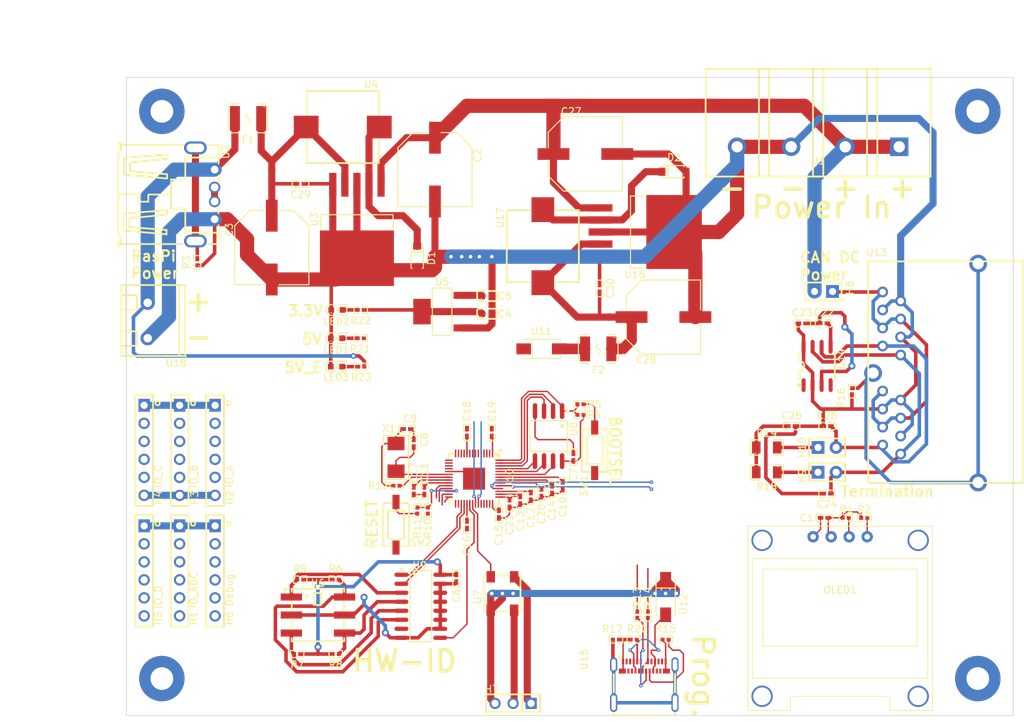
<source format=kicad_pcb>
(kicad_pcb (version 20221018) (generator pcbnew)
  (title_block (title "Dispensy Mainboard") (date "2024-01-21") (rev "0") (company "DrinkRobotics") (comment 1 "https://git.xythobuz.de/thomas/Dispensy") (comment 2 "Licensed under the CERN-OHL-S-2.0+") (comment 3 "PCB Thickness: 1mm") (comment 4 "Copyright (c) 2023 - 2024 Thomas Buck <thomas@xythobuz.de>"))
  (layers (0 "F.Cu" signal) (31 "B.Cu" signal) (34 "B.Paste" user) (35 "F.Paste" user) (36 "B.SilkS" user "B.Silkscreen") (37 "F.SilkS" user "F.Silkscreen") (38 "B.Mask" user) (39 "F.Mask" user) (44 "Edge.Cuts" user))
  (net 0 "")
  (net 1 "GND")
  (net 2 "+3.3V")
  (net 3 "+VDC")
  (net 4 "/EXT_PSU/Vout")
  (net 5 "+5V")
  (net 6 "Net-(U10-XIN)")
  (net 7 "Net-(X1-OSC2)")
  (net 8 "+1V1")
  (net 9 "Net-(U14-CANH)")
  (net 10 "Net-(C25-Pad1)")
  (net 11 "Net-(U14-CANL)")
  (net 12 "/PI/PI_PSU/Vout")
  (net 13 "Net-(U3-OUT)")
  (net 14 "Net-(U16-OUT)")
  (net 15 "/PI/ADC0")
  (net 16 "/PI/ADC1")
  (net 17 "/PI/ADC2")
  (net 18 "/PI/ADC3")
  (net 19 "/PI/IO0")
  (net 20 "/PI/IO1")
  (net 21 "/PI/IO2")
  (net 22 "/PI/IO3")
  (net 23 "/PI/IO4")
  (net 24 "/PI/IO5")
  (net 25 "/PI/IO6")
  (net 26 "/PI/IO7")
  (net 27 "/PI/IO8")
  (net 28 "/PI/IO9")
  (net 29 "/PI/IO10")
  (net 30 "/PI/IO11")
  (net 31 "/PI/IO12")
  (net 32 "/PI/IO13")
  (net 33 "/PI/IO14")
  (net 34 "/PI/IO15")
  (net 35 "/PI/Debug_Clock")
  (net 36 "/PI/Debug_Data")
  (net 37 "/PI/Debug_Tx")
  (net 38 "/PI/Debug_Rx")
  (net 39 "Net-(U7-DO)")
  (net 40 "Net-(H8-Pad1)")
  (net 41 "Net-(H9-Pad1)")
  (net 42 "Net-(H10-Pad1)")
  (net 43 "/PI/I2C_SCL")
  (net 44 "/PI/I2C_SDA")
  (net 45 "Net-(U2-SH1)")
  (net 46 "/PI/SPI_FLASH.SS")
  (net 47 "Net-(R5-Pad1)")
  (net 48 "Net-(U9-D7)")
  (net 49 "Net-(U9-D6)")
  (net 50 "Net-(U9-D5)")
  (net 51 "Net-(U9-D4)")
  (net 52 "Net-(U10-RUN)")
  (net 53 "Net-(R11-Pad2)")
  (net 54 "Net-(U10-XOUT)")
  (net 55 "/PI/USBC.DP")
  (net 56 "Net-(U10-USB_DP)")
  (net 57 "/PI/USBC.DM")
  (net 58 "Net-(U10-USB_DM)")
  (net 59 "Net-(U15-CC2)")
  (net 60 "Net-(R16-Pad1)")
  (net 61 "/PI/USBC.SHIELD")
  (net 62 "Net-(U15-CC1)")
  (net 63 "Net-(U2-D+)")
  (net 64 "/PI/LED_Din")
  (net 65 "/PI/SPI_FLASH.SD1")
  (net 66 "/PI/SPI_FLASH.SD2")
  (net 67 "/PI/SPI_FLASH.SD0")
  (net 68 "/PI/SPI_FLASH.SCLK")
  (net 69 "/PI/SPI_FLASH.SD3")
  (net 70 "/PI/SR_Load")
  (net 71 "/PI/SR_Clock")
  (net 73 "/PI/SR_Data")
  (net 74 "Net-(U10-GPIO24)")
  (net 75 "Net-(U10-GPIO25)")
  (net 76 "/PI/USBC.VBUS")
  (net 87 "Net-(U2-VCC)")
  (net 88 "Net-(U11-A)")
  (net 89 "Net-(LED1-+)")
  (net 90 "Net-(LED2-+)")
  (net 91 "Net-(LED3-+)")
  (footprint "jlc_footprints:HDR-TH_3P-P2.54-V-F" (layer "F.Cu") (at 148 136 180)
    (fp_text reference "H7")
    (fp_text value "WS2812")
  )
  (footprint "jlc_footprints:C0402" (layer "F.Cu") (at 149 107.34763 -90)
    (fp_text reference "C13")
    (fp_text value "1uF")
  )
  (footprint "jlc_footprints:LED0603-RD" (layer "F.Cu") (at 123.101981 88.506858)
    (fp_text reference "LED3")
    (fp_text value "FC-D1608HGK-572C")
  )
  (footprint "jlc_footprints:R1206" (layer "F.Cu") (at 183.754966 99.907765)
    (fp_text reference "R19")
    (fp_text value "60R4")
  )
  (footprint "jlc_footprints:TO-263-5_L10.6-W9.6-P1.70-LS15.9-BR" (layer "F.Cu") (at 125.990456 68.034258 90)
    (fp_text reference "U3")
    (fp_text value "LM2576S-5_0_TR")
  )
  (footprint "jlc_footprints:R0402" (layer "F.Cu") (at 136 108.802545 -90)
    (fp_text reference "R10")
    (fp_text value "10K")
  )
  (footprint "jlc_footprints:CAP-SMD_BD10.0-L10.3-W10.3-FD" (layer "F.Cu") (at 158.190482 58.51762)
    (fp_text reference "C27")
    (fp_text value "100uF")
  )
  (footprint "jlc_footprints:HDR-TH_6P-P2.54-V-F" (layer "F.Cu") (at 96 100.310008 -90)
    (fp_text reference "H4")
    (fp_text value "IO_C")
  )
  (footprint "jlc_footprints:CONN-TH_4P-P7.62_L15.2-W31.7-EX4.2" (layer "F.Cu") (at 191 57.5 180)
    (fp_text reference "U1")
    (fp_text value "DBT50G-7_62-4P")
  )
  (footprint "jlc_footprints:R0402" (layer "F.Cu") (at 167 123.5 -90)
    (fp_text reference "R14")
    (fp_text value "27R4")
  )
  (footprint "jlc_footprints:RJ45-TH_DS1129-05-S80BP-X" (layer "F.Cu") (at 206.140469 89.407765 90)
    (fp_text reference "U13")
    (fp_text value "CAN_IO")
  )
  (footprint "jlc_footprints:SOD-123_L2.8-W1.8-LS3.7-RD" (layer "F.Cu") (at 170.690482 61.01762)
    (fp_text reference "D2")
    (fp_text value "MBR340F")
  )
  (footprint "jlc_footprints:C0402" (layer "F.Cu") (at 188.754966 82.407765 180)
    (fp_text reference "C23")
    (fp_text value "47nF")
  )
  (footprint "jlc_footprints:F1812" (layer "F.Cu") (at 110.646558 53.5 180)
    (fp_text reference "F1")
    (fp_text value "ASMD1812-350-16V")
  )
  (footprint "jlc_footprints:C0402" (layer "F.Cu") (at 135.5 106 -90)
    (fp_text reference "C11")
    (fp_text value "100nF")
  )
  (footprint "jlc_footprints:CAP-SMD_BD10.0-L10.3-W10.3-FD" (layer "F.Cu") (at 136.990456 60.717646 -90)
    (fp_text reference "C2")
    (fp_text value "100uF")
  )
  (footprint "jlc_footprints:R0402" (layer "F.Cu") (at 123 118.53813)
    (fp_text reference "R6")
    (fp_text value "10K")
  )
  (footprint "jlc_footprints:C0402" (layer "F.Cu") (at 191.874904 109.82738 180)
    (fp_text reference "C1")
    (fp_text value "100nF")
  )
  (footprint "jlc_footprints:R0402" (layer "F.Cu") (at 165.5 123.5 -90)
    (fp_text reference "R13")
    (fp_text value "27R4")
  )
  (footprint "jlc_footprints:C0402" (layer "F.Cu") (at 147.5 107.802545 -90)
    (fp_text reference "C21")
    (fp_text value "100nF")
  )
  (footprint "jlc_footprints:C0402" (layer "F.Cu") (at 192.254966 96.907765)
    (fp_text reference "C26")
    (fp_text value "100pF")
  )
  (footprint "jlc_footprints:HDR-TH_6P-P2.54-V-F" (layer "F.Cu") (at 106 117.310008 -90)
    (fp_text reference "H6")
    (fp_text value "Debug")
  )
  (footprint "jlc_footprints:C0402" (layer "F.Cu") (at 141.5 110.802545 -90)
    (fp_text reference "C16")
    (fp_text value "100nF")
  )
  (footprint "jlc_footprints:R0402" (layer "F.Cu") (at 126.601981 88.506858 180)
    (fp_text reference "R23")
    (fp_text value "1K")
  )
  (footprint "jlc_footprints:SOT-223-4_L6.5-W3.5-P2.30-LS7.0-BR" (layer "F.Cu") (at 138 80.75)
    (fp_text reference "U5")
    (fp_text value "AMS1117-3_3_C347222")
  )
  (footprint "jlc_footprints:SOIC-8_L5.0-W4.0-P1.27-LS6.0-BL" (layer "F.Cu") (at 190.849962 88.407765)
    (fp_text reference "U14")
    (fp_text value "TJA1042T_3_1J")
  )
  (footprint "jlc_footprints:CONN-TH_XY300V-A-5.0-2P" (layer "F.Cu") (at 96.5 82 90)
    (fp_text reference "U18")
    (fp_text value "XY300V-A-5_0-2P")
  )
  (footprint "jlc_footprints:LED-SMD_4P-L5.0-W5.0-LS5.4-TL-1" (layer "F.Cu") (at 146.5 120.5 90)
    (fp_text reference "U7")
    (fp_text value "WS2812E-V5")
  )
  (footprint "MountingHole:MountingHole_3.2mm_M3_Pad_TopBottom" (layer "F.Cu") (at 213.5 52.5)
    (fp_text reference "H12" hide)
    (fp_text value "MountingHole" hide)
  )
  (footprint "jlc_footprints:HDR-TH_6P-P2.54-V-F" (layer "F.Cu") (at 101 117.310008 -90)
    (fp_text reference "H1")
    (fp_text value "IO_ADC")
  )
  (footprint "jlc_footprints:R0402" (layer "F.Cu") (at 103.490456 73.784829 90)
    (fp_text reference "R3")
    (fp_text value "1M")
  )
  (footprint "jlc_footprints:LED0603-RD" (layer "F.Cu") (at 123.169164 80.503429)
    (fp_text reference "LED2")
    (fp_text value "FC-D1608HGK-572C")
  )
  (footprint "jlc_footprints:C0402" (layer "F.Cu") (at 156.5 101.25746 90)
    (fp_text reference "C7")
    (fp_text value "100nF")
  )
  (footprint "jlc_footprints:C0402" (layer "F.Cu") (at 133.045085 97.302545 180)
    (fp_text reference "C9")
    (fp_text value "27p")
  )
  (footprint "jlc_footprints:HDR-TH_2P-P2.54-V-M-1" (layer "F.Cu") (at 191.754966 77.907765 180)
    (fp_text reference "H8")
    (fp_text value "PWR")
  )
  (footprint "jlc_footprints:HDR-TH_6P-P2.54-V-F" (layer "F.Cu") (at 106 100.310008 -90)
    (fp_text reference "H2")
    (fp_text value "IO_A")
  )
  (footprint "jlc_footprints:R0402" (layer "F.Cu") (at 194.874904 109.82738 180)
    (fp_text reference "R1")
    (fp_text value "10K")
  )
  (footprint "jlc_footprints:R0402" (layer "F.Cu") (at 165 127 180)
    (fp_text reference "R20")
    (fp_text value "5K1")
  )
  (footprint "jlc_footprints:C0402" (layer "F.Cu") (at 141.5 97.802545 90)
    (fp_text reference "C18")
    (fp_text value "100nF")
  )
  (footprint "jlc_footprints:USB-C-SMD_TYPE-C-USB-18" (layer "F.Cu") (at 166.5 133)
    (fp_text reference "U15")
    (fp_text value "USB-C")
  )
  (footprint "jlc_footprints:C0402" (layer "F.Cu") (at 150.5 106.802545 -90)
    (fp_text reference "C12")
    (fp_text value "1uF")
  )
  (footprint "jlc_footprints:OSC-SMD_2P-L5.0-W3.2" (layer "F.Cu") (at 131.5 101.302545 90)
    (fp_text reference "X1")
    (fp_text value "12MHz")
  )
  (footprint "jlc_footprints:SW-SMD_L6.1-W3.6-LS6.6" (layer "F.Cu") (at 159.5 100.302545 -90)
    (fp_text reference "SW1")
    (fp_text value "BOOTSEL")
  )
  (footprint "MountingHole:MountingHole_3.2mm_M3_Pad_TopBottom" (layer "F.Cu") (at 98.5 52.5)
    (fp_text reference "H11" hide)
    (fp_text value "MountingHole" hide)
  )
  (footprint "jlc_footprints:TO-263-5_L10.6-W9.6-P1.70-LS15.9-BR" (layer "F.Cu") (at 165.507094 69.51762 180)
    (fp_text reference "U16")
    (fp_text value "LM2576S-5_0_TR")
  )
  (footprint "jlc_footprints:R0402" (layer "F.Cu") (at 134.5 108.802545 -90)
    (fp_text reference "R11")
    (fp_text value "1K")
  )
  (footprint "jlc_footprints:R0402" (layer "F.Cu") (at 131.567183 105.302545)
    (fp_text reference "R12")
    (fp_text value "1K")
  )
  (footprint "jlc_footprints:HDR-TH_6P-P2.54-V-F" (layer "F.Cu") (at 101 100.310008 -90)
    (fp_text reference "H3")
    (fp_text value "IO_B")
  )
  (footprint "jlc_footprints:SW-SMD_L6.1-W3.6-LS6.6" (layer "F.Cu") (at 131.5 110.802545 -90)
    (fp_text reference "SW2")
    (fp_text value "RESET")
  )
  (footprint "jlc_footprints:R0402" (layer "F.Cu") (at 162.5 127)
    (fp_text reference "R17")
    (fp_text value "1M")
  )
  (footprint "jlc_footprints:R0402" (layer "F.Cu") (at 157.5 95.302545 180)
    (fp_text reference "R4")
    (fp_text value "10K")
  )
  (footprint "jlc_footprints:R0402" (layer "F.Cu") (at 169.5 127 180)
    (fp_text reference "R15")
    (fp_text value "5K1")
  )
  (footprint "jlc_footprints:C0402" (layer "F.Cu") (at 152 106.302545 -90)
    (fp_text reference "C20")
    (fp_text value "100nF")
  )
  (footprint "jlc_footprints:SOIC-8_L5.3-W5.3-P1.27-LS8.0-BL" (layer "F.Cu") (at 153 98.302545 180)
    (fp_text reference "U8")
    (fp_text value "W25Q128JVSIQ")
  )
  (footprint "jlc_footprints:C0402" (layer "F.Cu") (at 192.254966 106.407765 180)
    (fp_text reference "C24")
    (fp_text value "100pF")
  )
  (footprint "jlc_footprints:R0402" (layer "F.Cu") (at 126.534798 80.503429 180)
    (fp_text reference "R22")
    (fp_text value "1K")
  )
  (footprint "jlc_footprints:LED0603-RD" (layer "F.Cu") (at 123.101981 84.503429)
    (fp_text reference "LED1")
    (fp_text value "FC-D1608HGK-572C")
  )
  (footprint "jlc_footprints:SMA_L4.4-W2.8-LS5.4-R-RD" (layer "F.Cu") (at 152 86)
    (fp_text reference "U11")
    (fp_text value "SS54_C22452")
  )
  (footprint "jlc_footprints:F1812" (layer "F.Cu") (at 160 86 180)
    (fp_text reference "F2")
    (fp_text value "ASMD1812-350-16V")
  )
  (footprint "MountingHole:MountingHole_3.2mm_M3_Pad_TopBottom" (layer "F.Cu") (at 213.5 132.5)
    (fp_text reference "H14" hide)
    (fp_text value "MountingHole" hide)
  )
  (footprint "jlc_footprints:CAP-SMD_BD10.0-L10.3-W10.3-LS11.3-FD" (layer "F.Cu") (at 113.990456 71.717646 -90)
    (fp_text reference "C3")
    (fp_text value "1000uF")
  )
  (footprint "jlc_footprints:CAP-SMD_BD10.0-L10.3-W10.3-LS11.3-FD" (layer "F.Cu") (at 169.190482 81.51762)
    (fp_text reference "C28")
    (fp_text value "1000uF")
  )
  (footprint "jlc_footprints:C0402" (layer "F.Cu") (at 155 105.302545 -90)
    (fp_text reference "C10")
    (fp_text value "100nF")
  )
  (footprint "jlc_footprints:C0603" (layer "F.Cu") (at 144.3349 78.549975)
    (fp_text reference "C5")
    (fp_text value "10uF")
  )
  (footprint "jlc_footprints:C0402" (layer "F.Cu") (at 145 97.802545 90)
    (fp_text reference "C19")
    (fp_text value "100nF")
  )
  (footprint "jlc_footprints:C0402" (layer "F.Cu") (at 146 109.302545 -90)
    (fp_text reference "C15")
    (fp_text value "100nF")
  )
  (footprint "jlc_footprints:R0402" (layer "F.Cu") (at 195.754966 91.974948 -90)
    (fp_text reference "R16")
    (fp_text value "1M")
  )
  (footprint "jlc_footprints:SMA_L4.4-W2.8-LS5.4-R-RD" (layer "F.Cu") (at 169.5 121 -90)
    (fp_text reference "U12")
    (fp_text value "SS54_C22452")
  )
  (footprint "jlc_footprints:R0402" (layer "F.Cu") (at 157.5 93.802545 180)
    (fp_text reference "R5")
    (fp_text value "1K")
  )
  (footprint "jlc_footprints:SW-SMD_SM_SKCR-16S" (layer "F.Cu") (at 120.5 123.53813 90)
    (fp_text reference "U6")
    (fp_text value "SKCR-16S")
  )
  (footprint "jlc_footprints:C0603" (layer "F.Cu") (at 144.3349 81.049975)
    (fp_text reference "C4")
    (fp_text value "10uF")
  )
  (footprint "jlc_footprints:C0402" (layer "F.Cu") (at 187.254966 96.907765)
    (fp_text reference "C25")
    (fp_text value "4.7nF")
  )
  (footprint "jlc_footprints:C0402" (layer "F.Cu") (at 153.5 105.84763 -90)
    (fp_text reference "C14")
    (fp_text value "100nF")
  )
  (footprint "jlc_footprints:R1206" (layer "F.Cu") (at 183.754966 103.407765 180)
    (fp_text reference "R18")
    (fp_text value "60R4")
  )
  (footprint "jlc_footprints:USB-A-TH_USB-302-T" (layer "F.Cu") (at 104.581769 64.217646 -90)
    (fp_text reference "U2")
    (fp_text value "USB-A")
  )
  (footprint "jlc_footprints:C0402" (layer "F.Cu") (at 140 118.34763 90)
    (fp_text reference "C6")
    (fp_text value "100nF")
  )
  (footprint "jlc_footprints:SOIC-16_L9.9-W3.9-P1.27-LS6.0-BL" (layer "F.Cu") (at 135 122.302545 -90)
    (fp_text reference "U9")
    (fp_text value "74HC165D,653")
  )
  (footprint "jlc_footprints:R0402" (layer "F.Cu") (at 197.5 109.845 180)
    (fp_text reference "R2")
    (fp_text value "10K")
  )
  (footprint "MountingHole:MountingHole_3.2mm_M3_Pad_TopBottom" (layer "F.Cu") (at 98.5 132.5)
    (fp_text reference "H13" hide)
    (fp_text value "MountingHole" hide)
  )
  (footprint "jlc_footprints:SOD-123_L2.8-W1.8-LS3.7-RD" (layer "F.Cu") (at 134.490456 73.217646 -90)
    (fp_text reference "D1")
    (fp_text value "MBR340F")
  )
  (footprint "jlc_footprints:IND-SMD_L11.5-W10.0_YSPI1050" (layer "F.Cu") (at 152.190482 71.51762 -90)
    (fp_text reference "U17")
    (fp_text value "100uH")
  )
  (footprint "jlc_footprints:LQFN-56_L7.0-W7.0-P0.4-EP" (layer "F.Cu") (at 142.499873 104.302545 -90)
    (fp_text reference "U10")
    (fp_text value "RP2040")
  )
  (footprint "jlc_footprints:HDR-TH_6P-P2.54-V-F" (layer "F.Cu") (at 96 117.310008 -90)
    (fp_text reference "H5")
    (fp_text value "IO_D")
  )
  (footprint "jlc_footprints:IND-SMD_L11.5-W10.0_YSPI1050" (layer "F.Cu") (at 123.990456 54.717646 180)
    (fp_text reference "U4")
    (fp_text value "100uH")
  )
  (footprint "jlc_footprints:R0402" (layer "F.Cu") (at 123 129.03813)
    (fp_text reference "R8")
    (fp_text value "10K")
  )
  (footprint "jlc_footprints:R0402" (layer "F.Cu") (at 126.534798 84.503429 180)
    (fp_text reference "R21")
    (fp_text value "1K")
  )
  (footprint "jlc_footprints:C0402" (layer "F.Cu") (at 134 99.302545 -90)
    (fp_text reference "C8")
    (fp_text value "27p")
  )
  (footprint "jlc_footprints:C0402" (layer "F.Cu") (at 118.035541 62.717646 180)
    (fp_text reference "C29")
    (fp_text value "100nF")
  )
  (footprint "jlc_footprints:R0402" (layer "F.Cu") (at 118 118.53813 180)
    (fp_text reference "R9")
    (fp_text value "10K")
  )
  (footprint "extern:SSD1306_0.96_Oled" (layer "F.Cu") (at 181.095 137)
    (fp_text reference "OLED1")
    (fp_text value "SSD1306")
  )
  (footprint "jlc_footprints:C0402" (layer "F.Cu") (at 191.754966 82.407765)
    (fp_text reference "C22")
    (fp_text value "100nF")
  )
  (footprint "jlc_footprints:C0402" (layer "F.Cu") (at 134 106 -90)
    (fp_text reference "C17")
    (fp_text value "100nF")
  )
  (footprint "jlc_footprints:HDR-TH_2P-P2.54-V-M-1" (layer "F.Cu") (at 192.254966 99.907765)
    (fp_text reference "H10")
    (fp_text value "T_CL")
  )
  (footprint "jlc_footprints:R0402" (layer "F.Cu") (at 117.567183 129.03813 180)
    (fp_text reference "R7")
    (fp_text value "10K")
  )
  (footprint "jlc_footprints:HDR-TH_2P-P2.54-V-M-1" (layer "F.Cu") (at 192.254966 103.407765)
    (fp_text reference "H9")
    (fp_text value "T_CH")
  )
  (footprint "jlc_footprints:C0402" (layer "F.Cu") (at 160.190482 77.472535 -90)
    (fp_text reference "C30")
    (fp_text value "100nF")
  )
  (gr_rect (start 93.490456 47.717646) (end 218.490456 137.717646) (stroke (width 0.1)) (fill none) (layer "Edge.Cuts"))
  (gr_text "BOOTSEL" (at 161.5 95.302545 -90) (layer "F.SilkS") (effects (font (size 1.5 1.5) (thickness 0.3) bold) (justify left bottom)))
  (gr_text "Power In" (at 181.324632 67.799974) (layer "F.SilkS") (effects (font (size 3 3) (thickness 0.5) bold) (justify left bottom)))
  (gr_text "-" (at 176.689992 65) (layer "F.SilkS") (effects (font (size 3 3) (thickness 0.5) bold) (justify left bottom)))
  (gr_text "Termination" (at 194 107) (layer "F.SilkS") (effects (font (size 1.5 1.5) (thickness 0.3) bold) (justify left bottom)))
  (gr_text "+" (at 192.689992 65) (layer "F.SilkS") (effects (font (size 3 3) (thickness 0.5) bold) (justify left bottom)))
  (gr_text "RasPi\nPower" (at 93.990456 76.217646) (layer "F.SilkS") (effects (font (size 1.5 1.5) (thickness 0.3) bold) (justify left bottom)))
  (gr_text "-" (at 101.5 86) (layer "F.SilkS") (effects (font (size 3 3) (thickness 0.5) bold) (justify left bottom)))
  (gr_text "HW-ID" (at 125 131.802545) (layer "F.SilkS") (effects (font (size 3 3) (thickness 0.5) bold) (justify left bottom)))
  (gr_text "Prog." (at 173 126 -90) (layer "F.SilkS") (effects (font (size 3 3) (thickness 0.5) bold) (justify left bottom)))
  (gr_text "+" (at 200.689992 65) (layer "F.SilkS") (effects (font (size 3 3) (thickness 0.5) bold) (justify left bottom)))
  (gr_text "RESET" (at 129 114.302545 90) (layer "F.SilkS") (effects (font (size 1.5 1.5) (thickness 0.3) bold) (justify left bottom)))
  (gr_text "CAN DC\nPower" (at 188.254966 76.407765) (layer "F.SilkS") (effects (font (size 1.5 1.5) (thickness 0.3) bold) (justify left bottom)))
  (gr_text "3.3V" (at 116.101981 81.503429) (layer "F.SilkS") (effects (font (size 1.5 1.5) (thickness 0.3) bold) (justify left bottom)))
  (gr_text "5V" (at 118.101981 85.503429) (layer "F.SilkS") (effects (font (size 1.5 1.5) (thickness 0.3) bold) (justify left bottom)))
  (gr_text "+" (at 101.5 81) (layer "F.SilkS") (effects (font (size 3 3) (thickness 0.5) bold) (justify left bottom)))
  (gr_text "5V_E" (at 115.601981 89.503429) (layer "F.SilkS") (effects (font (size 1.5 1.5) (thickness 0.3) bold) (justify left bottom)))
  (gr_text "-" (at 185.189992 65) (layer "F.SilkS") (effects (font (size 3 3) (thickness 0.5) bold) (justify left bottom)))
  (segment (start 134.490456 74.910051) (end 127.682861 74.910051) (width 2) (layer "F.Cu") (net 1))
  (segment (start 148.545085 108.34763) (end 149 107.892715) (width 0.2) (layer "F.Cu") (net 1))
  (segment (start 148.150114 118.149987) (end 150 119.999873) (width 1) (layer "F.Cu") (net 1))
  (segment (start 107.717773 67.717773) (end 110.5 70.5) (width 2) (layer "F.Cu") (net 1))
  (segment (start 137.735585 122.937546) (end 137.735585 121.667544) (width 0.5) (layer "F.Cu") (net 1))
  (segment (start 145.034925 78.549975) (end 145.034925 73.034925) (width 1) (layer "F.Cu") (net 1))
  (segment (start 152 106.84763) (end 153.045085 106.84763) (width 0.2) (layer "F.Cu") (net 1))
  (segment (start 125.990456 62.85087) (end 125.990456 73.217646) (width 1) (layer "F.Cu") (net 1))
  (segment (start 162.932817 127) (end 163.5 127) (width 0.5) (layer "F.Cu") (net 1))
  (segment (start 169.5 127.570002) (end 169.067183 127.137185) (width 0.2) (layer "F.Cu") (net 1))
  (segment (start 191.709881 96.907765) (end 191.709881 94.532733) (width 0.5) (layer "F.Cu") (net 1))
  (segment (start 136.990456 74.509544) (end 136.589949 74.910051) (width 2) (layer "F.Cu") (net 1))
  (segment (start 127 121.03813) (end 127 122.03813) (width 0.5) (layer "F.Cu") (net 1))
  (segment (start 150 135.459995) (end 150.540005 136) (width 1) (layer "F.Cu") (net 1))
  (segment (start 172.382887 67.825215) (end 170.690482 69.51762) (width 1) (layer "F.Cu") (net 1))
  (segment (start 173.690355 81.51762) (end 173.690355 72.517493) (width 2) (layer "F.Cu") (net 1))
  (segment (start 105.936735 67.717773) (end 107.717773 67.717773) (width 2) (layer "F.Cu") (net 1))
  (segment (start 110.5 72.727063) (end 113.990456 76.217519) (width 2) (layer "F.Cu") (net 1))
  (segment (start 156 98.802545) (end 156.5 99.302545) (width 0.2) (layer "F.Cu") (net 1))
  (segment (start 151.5 107.34763) (end 152 106.84763) (width 0.2) (layer "F.Cu") (net 1))
  (segment (start 187.625096 98.01762) (end 187.800051 97.842665) (width 0.5) (layer "F.Cu") (net 1))
  (segment (start 184.125096 98.01762) (end 187.625096 98.01762) (width 0.5) (layer "F.Cu") (net 1))
  (segment (start 179.569977 66.930023) (end 176.98238 69.51762) (width 2) (layer "F.Cu") (net 1))
  (segment (start 136.990456 73.009544) (end 136.990456 65.217519) (width 1) (layer "F.Cu") (net 1))
  (segment (start 151.5 98.802545) (end 156 98.802545) (width 0.2) (layer "F.Cu") (net 1))
  (segment (start 136.589949 74.910051) (end 134.490456 74.910051) (width 2) (layer "F.Cu") (net 1))
  (segment (start 202.625458 93.217646) (end 204.754966 91.088138) (width 0.5) (layer "F.Cu") (net 1))
  (segment (start 122.990583 76.217519) (end 125.990456 73.217646) (width 1) (layer "F.Cu") (net 1))
  (segment (start 133.59017 97.302545) (end 134 97.712375) (width 0.2) (layer "F.Cu") (net 1))
  (segment (start 190.214961 93.36776) (end 191.334849 94.487648) (width 0.5) (layer "F.Cu") (net 1))
  (segment (start 167.290431 72.917671) (end 170.690482 69.51762) (width 1) (layer "F.Cu") (net 1))
  (segment (start 137.735585 124.207549) (end 137.735585 122.937546) (width 0.5) (layer "F.Cu") (net 1))
  (segment (start 163.5 130.090043) (end 163.5 131.33998) (width 0.2) (layer "F.Cu") (net 1))
  (segment (start 183.625096 98.51762) (end 184.125096 98.01762) (width 0.5) (layer "F.Cu") (net 1))
  (segment (start 169.5 131.33998) (end 169.600076 131.440056) (width 0.2) (layer "F.Cu") (net 1))
  (segment (start 172.382887 61.01762) (end 172.382887 67.825215) (width 1) (layer "F.Cu") (net 1))
  (segment (start 169.067183 127.137185) (end 169.067183 127) (width 0.2) (layer "F.Cu") (net 1))
  (segment (start 122.302514 84.506858) (end 122.302514 88.510287) (width 0.5) (layer "F.Cu") (net 1))
  (segment (start 185.87949 106.407765) (end 183.625096 104.153371) (width 0.5) (layer "F.Cu") (net 1))
  (segment (start 103.490456 74.217646) (end 104.260458 74.217646) (width 0.5) (layer "F.Cu") (net 1))
  (segment (start 145.034925 73.034925) (end 145 73) (width 1) (layer "F.Cu") (net 1))
  (segment (start 139.765176 119.127539) (end 140 118.892715) (width 0.5) (layer "F.Cu") (net 1))
  (segment (start 136.990456 73.009544) (end 139.240456 73.009544) (width 2) (layer "F.Cu") (net 1))
  (segment (start 154.454915 106.392715) (end 155 105.84763) (width 0.2) (layer "F.Cu") (net 1))
  (segment (start 146 109.84763) (end 146.954915 109.84763) (width 0.2) (layer "F.Cu") (net 1))
  (segment (start 153.045085 106.84763) (end 153.5 106.392715) (width 0.2) (layer "F.Cu") (net 1))
  (segment (start 145.034925 78.549975) (end 145.034925 81.049975) (width 1) (layer "F.Cu") (net 1))
  (segment (start 163.5 127) (end 164.567183 127) (width 0.5) (layer "F.Cu") (net 1))
  (segment (start 147.5 108.34763) (end 148.545085 108.34763) (width 0.2) (layer "F.Cu") (net 1))
  (segment (start 127.682861 74.910051) (end 125.990456 73.217646) (width 1) (layer "F.Cu") (net 1))
  (segment (start 195.754966 92.407765) (end 195.754966 94.487648) (width 0.5) (layer "F.Cu") (net 1))
  (segment (start 147.5 109.302545) (end 147.5 108.34763) (width 0.2) (layer "F.Cu") (net 1))
  (segment (start 162.690355 58.51762) (end 169.882887 58.51762) (width 1) (layer "F.Cu") (net 1))
  (segment (start 138.949835 103.302545) (end 141.5 103.302545) (width 0.2) (layer "F.Cu") (net 1))
  (segment (start 137.735585 125.477551) (end 137.735585 124.207549) (width 0.5) (layer "F.Cu") (net 1))
  (segment (start 134.61557 126.747554) (end 132.264415 126.747554) (width 0.5) (layer "F.Cu") (net 1))
  (segment (start 110.5 70.5) (end 110.5 72.727063) (width 2) (layer "F.Cu") (net 1))
  (segment (start 163.5 130.090043) (end 163.5 127) (width 0.2) (layer "F.Cu") (net 1))
  (segment (start 145.034925 82.499975) (end 145.034925 81.049975) (width 1) (layer "F.Cu") (net 1))
  (segment (start 146.954915 109.84763) (end 147.5 109.302545) (width 0.2) (layer "F.Cu") (net 1))
  (segment (start 187.189992 57.5) (end 179.569977 57.5) (width 2) (layer "F.Cu") (net 1))
  (segment (start 160.323706 69.51762) (end 170.690482 69.51762) (width 1) (layer "F.Cu") (net 1))
  (segment (start 188.944958 84.097757) (end 188.209881 83.36268) (width 0.5) (layer "F.Cu") (net 1))
  (segment (start 127 122.03813) (end 125.5 123.53813) (width 0.5) (layer "F.Cu") (net 1))
  (segment (start 122.590405 62.85087) (end 122.590405 69.817595) (width 1) (layer "F.Cu") (net 1))
  (segment (start 151.094996 98.397541) (end 151.5 98.802545) (width 0.2) (layer "F.Cu") (net 1))
  (segment (start 173.690355 72.517493) (end 170.690482 69.51762) (width 1) (layer "F.Cu") (net 1))
  (segment (start 190.214961 89.36776) (end 188.944958 88.097757) (width 0.5) (layer "F.Cu") (net 1))
  (segment (start 187.800051 97.842665) (end 187.800051 96.907765) (width 0.5) (layer "F.Cu") (net 1))
  (segment (start 104.260458 74.217646) (end 105.936735 72.541369) (width 0.5) (layer "F.Cu") (net 1))
  (segment (start 156.5 99.302545) (end 156.5 100.712375) (width 0.2) (layer "F.Cu") (net 1))
  (segment (start 191.329819 109.82738) (end 191.329819 111.455181) (width 0.2) (layer "F.Cu") (net 1))
  (segment (start 135.5 106.545085) (end 134 106.545085) (width 0.2) (layer "F.Cu") (net 1))
  (segment (start 136.990456 73.009544) (end 136.990456 74.509544) (width 2) (layer "F.Cu") (net 1))
  (segment (start 163.5 131.33998) (end 163.399924 131.440056) (width 0.2) (layer "F.Cu") (net 1))
  (segment (start 169.5 130.090043) (end 169.5 131.33998) (width 0.2) (layer "F.Cu") (net 1))
  (segment (start 137.735585 125.477551) (end 135.885573 125.477551) (width 0.5) (layer "F.Cu") (net 1))
  (segment (start 183.625096 104.153371) (end 183.625096 98.51762) (width 0.5) (layer "F.Cu") (net 1))
  (segment (start 169.5 130.090043) (end 169.5 127.570002) (width 0.2) (layer "F.Cu") (net 1))
  (segment (start 113.990456 76.217519) (end 122.990583 76.217519) (width 2) (layer "F.Cu") (net 1))
  (segment (start 137.735585 119.127539) (end 137.735585 120.397541) (width 0.5) (layer "F.Cu") (net 1))
  (segment (start 137.735585 119.127539) (end 139.765176 119.127539) (width 0.5) (layer "F.Cu") (net 1))
  (segment (start 204.754966 86.457136) (end 202.625458 84.327628) (width 0.5) (layer "F.Cu") (net 1))
  (segment (start 150.5 107.34763) (end 151.5 107.34763) (width 0.2) (layer "F.Cu") (net 1))
  (segment (start 144.484925 83.049975) (end 145.034925 82.499975) (width 1) (layer "F.Cu") (net 1))
  (segment (start 176.98238 69.51762) (end 170.690482 69.51762) (width 2) (layer "F.Cu") (net 1))
  (segment (start 188.944958 88.097757) (end 188.944958 85.70266) (width 0.5) (layer "F.Cu") (net 1))
  (segment (start 191.709881 106.407765) (end 185.87949 106.407765) (width 0.5) (layer "F.Cu") (net 1))
  (segment (start 122.590405 69.817595) (end 125.990456 73.217646) (width 1) (layer "F.Cu") (net 1))
  (segment (start 130.709424 126.747554) (end 130 126.03813) (width 0.5) (layer "F.Cu") (net 1))
  (segment (start 150 119.999873) (end 150 135.459995) (width 1) (layer "F.Cu") (net 1))
  (segment (start 179.569977 57.5) (end 179.569977 66.930023) (width 2) (layer "F.Cu") (net 1))
  (segment (start 191.329819 111.455181) (end 190.285 112.5) (width 0.2) (layer "F.Cu") (net 1))
  (segment (start 122.369697 80.506858) (end 122.369697 84.439675) (width 0.5) (layer "F.Cu") (net 1))
  (segment (start 191.754966 94.487648) (end 195.754966 94.487648) (width 0.5) (layer "F.Cu") (net 1))
  (segment (start 204.754966 91.088138) (end 204.754966 86.457136) (width 0.5) (layer "F.Cu") (net 1))
  (segment (start 118.580626 62.717646) (end 122.457181 62.717646) (width 0.5) (layer "F.Cu") (net 1))
  (segment (start 151.094996 94.772446) (end 151.094996 98.397541) (width 0.2) (layer "F.Cu") (net 1))
  (segment (start 188.209881 82.407765) (end 188.209881 83.36268) (width 0.5) (layer "F.Cu") (net 1))
  (segment (start 125.5 123.53813) (end 124.250064 123.53813) (width 0.5) (layer "F.Cu") (net 1))
  (segment (start 160.190482 73.050895) (end 160.323706 72.917671) (width 0.5) (layer "F.Cu") (net 1))
  (segment (start 160.323706 72.917671) (end 167.290431 72.917671) (width 1) (layer "F.Cu") (net 1))
  (segment (start 188.944958 85.70266) (end 188.944958 84.097757) (width 0.5) (layer "F.Cu") (net 1))
  (segment (start 141.5 103.302545) (end 142.5 104.302545) (width 0.2) (layer "F.Cu") (net 1))
  (segment (start 134 97.712375) (end 134 98.75746) (width 0.2) (layer "F.Cu") (net 1))
  (segment (start 122.369697 84.439675) (end 122.302514 84.506858) (width 0.5) (layer "F.Cu") (net 1))
  (segment (start 139.25 73) (end 145 73) (width 2) (layer "F.Cu") (net 1))
  (segment (start 116.749936 123.53813) (end 124.250064 123.53813) (width 0.5) (layer "F.Cu") (net 1))
  (segment (start 132.264415 126.747554) (end 130.709424 126.747554) (width 0.5) (layer "F.Cu") (net 1))
  (segment (start 122.369697 80.506858) (end 122.369697 76.838405) (width 0.5) (layer "F.Cu") (net 1))
  (segment (start 195.754966 94.487648) (end 200.085452 94.487648) (width 0.5) (layer "F.Cu") (net 1))
  (segment (start 169.882887 58.51762) (end 172.382887 61.01762) (width 1) (layer "F.Cu") (net 1))
  (segment (start 191.334849 94.487648) (end 191.754966 94.487648) (width 0.5) (layer "F.Cu") (net 1))
  (segment (start 140.8349 83.049975) (end 144.484925 83.049975) (width 1) (layer "F.Cu") (net 1))
  (segment (start 139.240456 73.009544) (end 139.25 73) (width 1) (layer "F.Cu") (net 1))
  (segment (start 135.885573 125.477551) (end 134.61557 126.747554) (width 0.5) (layer "F.Cu") (net 1))
  (segment (start 160.190482 76.92745) (end 160.190482 73.050895) (width 0.5) (layer "F.Cu") (net 1))
  (segment (start 191.709881 96.907765) (end 187.800051 96.907765) (width 0.5) (layer "F.Cu") (net 1))
  (segment (start 122.457181 62.717646) (end 122.590405 62.85087) (width 0.5) (layer "F.Cu") (net 1))
  (segment (start 122.369697 76.838405) (end 125.990456 73.217646) (width 0.5) (layer "F.Cu") (net 1))
  (segment (start 149.954915 107.892715) (end 150.5 107.34763) (width 0.2) (layer "F.Cu") (net 1))
  (segment (start 153.5 106.392715) (end 154.454915 106.392715) (width 0.2) (layer "F.Cu") (net 1))
  (segment (start 190.214961 91.11287) (end 190.214961 89.36776) (width 0.5) (layer "F.Cu") (net 1))
  (segment (start 190.214961 91.11287) (end 190.214961 93.36776) (width 0.5) (layer "F.Cu") (net 1))
  (segment (start 105.936735 72.541369) (end 105.936735 67.717773) (width 0.5) (layer "F.Cu") (net 1))
  (segment (start 191.709881 94.532733) (end 191.754966 94.487648) (width 0.5) (layer "F.Cu") (net 1))
  (segment (start 137.735585 121.667544) (end 137.735585 120.397541) (width 0.5) (layer "F.Cu") (net 1))
  (segment (start 149 107.892715) (end 149.954915 107.892715) (width 0.2) (layer "F.Cu") (net 1))
  (via (at 140.75 73) (size 1) (drill 0.5) (layers "F.Cu" "B.Cu") (net 1))
  (via (at 130 126.03813) (size 1) (drill 0.5) (layers "F.Cu" "B.Cu") (net 1))
  (via (at 142 73) (size 1) (drill 0.5) (layers "F.Cu" "B.Cu") (net 1))
  (via (at 139.25 73) (size 1) (drill 0.5) (layers "F.Cu" "B.Cu") (net 1))
  (via (at 145 73) (size 1) (drill 0.5) (layers "F.Cu" "B.Cu") (net 1))
  (via (at 127 121.03813) (size 1) (drill 0.5) (layers "F.Cu" "B.Cu") (net 1))
  (via (at 143.25 73) (size 1) (drill 0.5) (layers "F.Cu" "B.Cu") (net 1))
  (segment (start 204.254966 94.847154) (end 202.625458 93.217646) (width 0.5) (layer "B.Cu") (net 1))
  (segment (start 145 73) (end 166.588087 73) (width 2) (layer "B.Cu") (net 1))
  (segment (start 96 106.660021) (end 101 106.660021) (width 1) (layer "B.Cu") (net 1))
  (segment (start 207.189992 65.5) (end 202.625458 70.064534) (width 1) (layer "B.Cu") (net 1))
  (segment (start 201.355454 93.217646) (end 200.085452 94.487648) (width 0.5) (layer "B.Cu") (net 1))
  (segment (start 101.282227 67.717773) (end 99.5 69.5) (width 2) (layer "B.Cu") (net 1))
  (segment (start 143.5 73) (end 145 73) (width 2) (layer "B.Cu") (net 1))
  (segment (start 127 122.03813) (end 127 121.03813) (width 0.5) (layer "B.Cu") (net 1))
  (segment (start 204.254966 96.668148) (end 204.254966 94.847154) (width 0.5) (layer "B.Cu") (net 1))
  (segment (start 130 125.03813) (end 127 122.03813) (width 0.5) (layer "B.Cu") (net 1))
  (segment (start 202.625458 93.217646) (end 201.355454 93.217646) (width 0.5) (layer "B.Cu") (net 1))
  (segment (start 187.189992 57.5) (end 191.189992 53.5) (width 1) (layer "B.Cu") (net 1))
  (segment (start 179.569977 60.01811) (end 179.569977 57.5) (width 2) (layer "B.Cu") (net 1))
  (segment (start 139.25 73) (end 140.75 73) (width 2) (layer "B.Cu") (net 1))
  (segment (start 202.625458 84.327628) (end 203.835103 84.327628) (width 0.5) (layer "B.Cu") (net 1))
  (segment (start 99.5 81.5) (end 96.5 84.5) (width 2) (layer "B.Cu") (net 1))
  (segment (start 201.355454 79.247618) (end 200.085452 80.51762) (width 0.5) (layer "B.Cu") (net 1))
  (segment (start 205.189992 53.5) (end 207.189992 55.5) (width 1) (layer "B.Cu") (net 1))
  (segment (start 130 126.03813) (end 130 125.03813) (width 0.5) (layer "B.Cu") (net 1))
  (segment (start 204.254966 80.877126) (end 202.625458 79.247618) (width 0.5) (layer "B.Cu") (net 1))
  (segment (start 203.835103 84.327628) (end 204.254966 83.907765) (width 0.5) (layer "B.Cu") (net 1))
  (segment (start 143 73) (end 143.5 73) (width 2) (layer "B.Cu") (net 1))
  (segment (start 202.625458 70.064534) (end 202.625458 79.247618) (width 1) (layer "B.Cu") (net 1))
  (segment (start 99.5 69.5) (end 99.5 81.5) (width 2) (layer "B.Cu") (net 1))
  (segment (start 191.189992 53.5) (end 205.189992 53.5) (width 1) (layer "B.Cu") (net 1))
  (segment (start 142 73) (end 142.25 73) (width 2) (layer "B.Cu") (net 1))
  (segment (start 202.625458 98.297656) (end 204.254966 96.668148) (width 0.5) (layer "B.Cu") (net 1))
  (segment (start 142.25 73) (end 143.25 73) (width 2) (layer "B.Cu") (net 1))
  (segment (start 166.588087 73) (end 179.569977 60.01811) (width 2) (layer "B.Cu") (net 1))
  (segment (start 141 73) (end 142 73) (width 2) (layer "B.Cu") (net 1))
  (segment (start 202.625458 79.247618) (end 201.355454 79.247618) (width 0.5) (layer "B.Cu") (net 1))
  (segment (start 101 106.660021) (end 106 106.660021) (width 1) (layer "B.Cu") (net 1))
  (segment (start 101.282227 67.717773) (end 105.936735 67.717773) (width 2) (layer "B.Cu") (net 1))
  (segment (start 143.25 73) (end 143.75 73) (width 2) (layer "B.Cu") (net 1))
  (segment (start 204.254966 83.907765) (end 204.254966 80.877126) (width 0.5) (layer "B.Cu") (net 1))
  (segment (start 207.189992 55.5) (end 207.189992 65.5) (width 1) (layer "B.Cu") (net 1))
  (segment (start 146.049911 106.902494) (end 147.145034 106.902494) (width 0.2) (layer "F.Cu") (net 2))
  (segment (start 137.735585 117.857536) (end 139.945009 117.857536) (width 0.5) (layer "F.Cu") (net 2))
  (segment (start 157 101.802545) (end 157.5 101.302545) (width 0.2) (layer "F.Cu") (net 2))
  (segment (start 192.419989 112.094989) (end 192.825 112.5) (width 0.2) (layer "F.Cu") (net 2))
  (segment (start 196.5 109) (end 195 109) (width 0.2) (layer "F.Cu") (net 2))
  (segment (start 145.099949 98.447579) (end 145 98.34763) (width 0.2) (layer "F.Cu") (net 2))
  (segment (start 148.699898 106.502443) (end 149 106.802545) (width 0.2) (layer "F.Cu") (net 2))
  (segment (start 134.918529 80.503429) (end 135.1651 80.75) (width 0.5) (layer "F.Cu") (net 2))
  (segment (start 152.699898 104.502443) (end 153.5 105.302545) (width 0.2) (layer "F.Cu") (net 2))
  (segment (start 137.735585 116.448721) (end 137.324994 116.03813) (width 0.5) (layer "F.Cu") (net 2))
  (segment (start 154.905004 101.832644) (end 156.469901 101.832644) (width 0.2) (layer "F.Cu") (net 2))
  (segment (start 194.442087 109.152913) (end 194.442087 109.82738) (width 0.2) (layer "F.Cu") (net 2))
  (segment (start 122.567183 129.03813) (end 120.5 129.03813) (width 0.5) (layer "F.Cu") (net 2))
  (segment (start 141.5 107.85271) (end 141.5 110.25746) (width 0.2) (layer "F.Cu") (net 2))
  (segment (start 143.3349 80.75) (end 143.634875 81.049975) (width 1) (layer "F.Cu") (net 2))
  (segment (start 138.949835 104.502443) (end 134.952472 104.502443) (width 0.2) (layer "F.Cu") (net 2))
  (segment (start 126.967615 80.503429) (end 134.918529 80.503429) (width 0.5) (layer "F.Cu") (net 2))
  (segment (start 192.754966 82.86268) (end 192.300051 82.407765) (width 0.5) (layer "F.Cu") (net 2))
  (segment (start 192.754966 85.70266) (end 192.754966 82.86268) (width 0.5) (layer "F.Cu") (net 2))
  (segment (start 147.954915 106.802545) (end 147.5 107.25746) (width 0.2) (layer "F.Cu") (net 2))
  (segment (start 195 109) (end 194.442087 109.557913) (width 0.2) (layer "F.Cu") (net 2))
  (segment (start 156.5 101.802545) (end 157 101.802545) (width 0.2) (layer "F.Cu") (net 2))
  (segment (start 156.469901 101.832644) (end 156.5 101.802545) (width 0.2) (layer "F.Cu") (net 2))
  (segment (start 120.5 129.03813) (end 118 129.03813) (width 0.5) (layer "F.Cu") (net 2))
  (segment (start 153.5 105.302545) (end 152.454915 105.302545) (width 0.2) (layer "F.Cu") (net 2))
  (segment (start 145.099949 108.402494) (end 145.454915 108.75746) (width 0.2) (layer "F.Cu") (net 2))
  (segment (start 149 106.802545) (end 147.954915 106.802545) (width 0.2) (layer "F.Cu") (net 2))
  (segment (start 140.8349 80.75) (end 143.3349 80.75) (width 1) (layer "F.Cu") (net 2))
  (segment (start 146.049911 104.502443) (end 152.699898 104.502443) (width 0.2) (layer "F.Cu") (net 2))
  (segment (start 145.099949 107.85271) (end 145.099949 108.402494) (width 0.2) (layer "F.Cu") (net 2))
  (segment (start 157.5 101.302545) (end 157.5 96.302545) (width 0.2) (layer "F.Cu") (net 2))
  (segment (start 120.5 128.03813) (end 120.5 129.03813) (width 0.5) (layer "F.Cu") (net 2))
  (segment (start 197.067183 109.845) (end 197.067183 109.162183) (width 0.2) (layer "F.Cu") (net 2))
  (segment (start 134.952472 104.502443) (end 134 105.454915) (width 0.2) (layer "F.Cu") (net 2))
  (segment (start 192.419989 109.82738) (end 192.419989 112.094989) (width 0.2) (layer "F.Cu") (net 2))
  (segment (start 140.8349 80.75) (end 135.1651 80.75) (width 1) (layer "F.Cu") (net 2))
  (segment (start 194.442087 109.82738) (end 192.419989 109.82738) (width 0.2) (layer "F.Cu") (net 2))
  (segment (start 152.454915 105.302545) (end 152 105.75746) (width 0.2) (layer "F.Cu") (net 2))
  (segment (start 120.5 118.53813) (end 120.5 119.53813) (width 0.5) (layer "F.Cu") (net 2))
  (segment (start 139.945009 117.857536) (end 140 117.802545) (width 0.5) (layer "F.Cu") (net 2))
  (segment (start 146.049911 104.902494) (end 151.145034 104.902494) (width 0.2) (layer "F.Cu") (net 2))
  (segment (start 120.5 118.53813) (end 118.432817 118.53813) (width 0.5) (layer "F.Cu") (net 2))
  (segment (start 145.454915 108.75746) (end 146 108.75746) (width 0.2) (layer "F.Cu") (net 2))
  (segment (start 147.145034 106.902494) (end 147.5 107.25746) (width 0.2) (layer "F.Cu") (net 2))
  (segment (start 137.735585 117.857536) (end 137.735585 116.448721) (width 0.5) (layer "F.Cu") (net 2))
  (segment (start 145.099949 100.75238) (end 145.099949 98.447579) (width 0.2) (layer "F.Cu") (net 2))
  (segment (start 157.932817 95.869728) (end 157.932817 95.302545) (width 0.2) (layer "F.Cu") (net 2))
  (segment (start 146.049911 106.502443) (end 148.699898 106.502443) (width 0.2) (layer "F.Cu") (net 2))
  (segment (start 122.567183 118.53813) (end 120.5 118.53813) (width 0.5) (layer "F.Cu") (net 2))
  (segment (start 197.067183 109.567183) (end 196.5 109) (width 0.2) (layer "F.Cu") (net 2))
  (segment (start 141.5 100.75238) (end 141.5 98.34763) (width 0.2) (layer "F.Cu") (net 2))
  (segment (start 157.5 96.302545) (end 157.932817 95.869728) (width 0.2) (layer "F.Cu") (net 2))
  (segment (start 151.145034 104.902494) (end 152 105.75746) (width 0.2) (layer "F.Cu") (net 2))
  (via (at 120.5 119.53813) (size 1) (drill 0.5) (layers "F.Cu" "B.Cu") (net 2))
  (via (at 120.5 128.03813) (size 1) (drill 0.5) (layers "F.Cu" "B.Cu") (net 2))
  (via (at 137.324994 116.03813) (size 1) (drill 0.5) (layers "F.Cu" "B.Cu") (net 2))
  (segment (start 125.5 119.53813) (end 120.5 119.53813) (width 0.5) (layer "B.Cu") (net 2))
  (segment (start 129 116.03813) (end 125.5 119.53813) (width 0.5) (layer "B.Cu") (net 2))
  (segment (start 96 93.959995) (end 101 93.959995) (width 1) (layer "B.Cu") (net 2))
  (segment (start 96 110.959995) (end 101 110.959995) (width 1) (layer "B.Cu") (net 2))
  (segment (start 129 116.03813) (end 137.324994 116.03813) (width 0.5) (layer "B.Cu") (net 2))
  (segment (start 120.5 119.53813) (end 120.5 128.03813) (width 0.5) (layer "B.Cu") (net 2))
  (segment (start 101 93.959995) (end 106 93.959995) (width 1) (layer "B.Cu") (net 2))
  (segment (start 106 110.959995) (end 101 110.959995) (width 1) (layer "B.Cu") (net 2))
  (segment (start 132.990329 56.217773) (end 136.990456 56.217773) (width 1) (layer "F.Cu") (net 3))
  (segment (start 160.323706 66.117569) (end 157.290431 66.117569) (width 1) (layer "F.Cu") (net 3))
  (segment (start 141.490583 51.717646) (end 136.990456 56.217773) (width 2) (layer "F.Cu") (net 3))
  (segment (start 153.490456 51.717646) (end 189.027654 51.717646) (width 2) (layer "F.Cu") (net 3))
  (segment (start 157.290431 66.117569) (end 153.690609 62.517747) (width 1) (layer "F.Cu") (net 3))
  (segment (start 129.390507 62.85087) (end 129.390507 59.817595) (width 1) (layer "F.Cu") (net 3))
  (segment (start 153.690609 51.917799) (end 153.690609 58.51762) (width 2) (layer "F.Cu") (net 3))
  (segment (start 153.690609 62.517747) (end 153.690609 58.51762) (width 1) (layer "F.Cu") (net 3))
  (segment (start 153.490456 51.717646) (end 141.490583 51.717646) (width 2) (layer "F.Cu") (net 3))
  (segment (start 153.490456 51.717646) (end 153.690609 51.917799) (width 2) (layer "F.Cu") (net 3))
  (segment (start 189.027654 51.717646) (end 194.810008 57.5) (width 2) (layer "F.Cu") (net 3))
  (segment (start 129.390507 59.817595) (end 132.990329 56.217773) (width 1) (layer "F.Cu") (net 3))
  (segment (start 194.810008 57.5) (end 202.430023 57.5) (width 2) (layer "F.Cu") (net 3))
  (segment (start 190.484963 61.825045) (end 194.810008 57.5) (width 2) (layer "B.Cu") (net 3))
  (segment (start 190.484963 77.907765) (end 190.484963 61.825045) (width 2) (layer "B.Cu") (net 3))
  (segment (start 113.990456 62.717646) (end 113.990456 60.717646) (width 1) (layer "F.Cu") (net 4))
  (segment (start 124.290431 62.85087) (end 124.290431 60.167735) (width 1) (layer "F.Cu") (net 4))
  (segment (start 112.5 58.077076) (end 113.990456 59.567532) (width 1) (layer "F.Cu") (net 4))
  (segment (start 112.5 53.5) (end 112.5 58.077076) (width 1) (layer "F.Cu") (net 4))
  (segment (start 124.290431 60.167735) (end 118.840342 54.717646) (width 1) (layer "F.Cu") (net 4))
  (segment (start 113.990456 59.567532) (end 118.840342 54.717646) (width 1) (layer "F.Cu") (net 4))
  (segment (start 113.990456 60.717646) (end 113.990456 59.567532) (width 1) (layer "F.Cu") (net 4))
  (segment (start 113.990329 60.717773) (end 113.990456 60.717646) (width 1) (layer "F.Cu") (net 4))
  (segment (start 113.990456 67.217773) (end 113.990456 62.717646) (width 1) (layer "F.Cu") (net 4))
  (segment (start 117.490456 62.717646) (end 113.990456 62.717646) (width 0.5) (layer "F.Cu") (net 4))
  (segment (start 144.849886 122.850013) (end 144.849886 135.389891) (width 1) (layer "F.Cu") (net 5))
  (segment (start 191.754966 80.907765) (end 194.254966 80.907765) (width 0.5) (layer "F.Cu") (net 5))
  (segment (start 191.484963 89.177768) (end 194.984963 89.177768) (width 0.5) (layer "F.Cu") (net 5))
  (segment (start 145 120.5) (end 146.5 120.5) (width 1) (layer "F.Cu") (net 5))
  (segment (start 189.300051 82.407765) (end 191.209881 82.407765) (width 0.5) (layer "F.Cu") (net 5))
  (segment (start 194.754966 81.407765) (end 194.754966 82.907765) (width 0.5) (layer "F.Cu") (net 5))
  (segment (start 143.534925 78.450025) (end 143.634875 78.549975) (width 1) (layer "F.Cu") (net 5))
  (segment (start 144.849886 135.389891) (end 145.459995 136) (width 1) (layer "F.Cu") (net 5))
  (segment (start 168 119.996317) (end 169.5 118.496317) (width 1) (layer "F.Cu") (net 5))
  (segment (start 194.984963 89.177768) (end 195.754966 88.407765) (width 0.5) (layer "F.Cu") (net 5))
  (segment (start 146.5 120.5) (end 148 120.5) (width 1) (layer "F.Cu") (net 5))
  (segment (start 144.849886 120.650114) (end 145 120.5) (width 1) (layer "F.Cu") (net 5))
  (segment (start 168 120.5) (end 168 119.996317) (width 1) (layer "F.Cu") (net 5))
  (segment (start 140.8349 78.450025) (end 143.534925 78.450025) (width 1) (layer "F.Cu") (net 5))
  (segment (start 191.209881 81.45285) (end 191.754966 80.907765) (width 0.5) (layer "F.Cu") (net 5))
  (segment (start 191.209881 82.407765) (end 191.209881 81.45285) (width 0.5) (layer "F.Cu") (net 5))
  (segment (start 169.5 120.5) (end 168 120.5) (width 1) (layer "F.Cu") (net 5))
  (segment (start 191.484963 91.11287) (end 191.484963 89.177768) (width 0.5) (layer "F.Cu") (net 5))
  (segment (start 146.5 121.199899) (end 144.849886 122.850013) (width 1) (layer "F.Cu") (net 5))
  (segment (start 171 119.996317) (end 169.5 118.496317) (width 1) (layer "F.Cu") (net 5))
  (segment (start 169.5 118.496317) (end 169.5 120.5) (width 1) (layer "F.Cu") (net 5))
  (segment (start 144.849886 122.850013) (end 144.849886 120.650114) (width 1) (layer "F.Cu") (net 5))
  (segment (start 194.254966 80.907765) (end 194.754966 81.407765) (width 0.5) (layer "F.Cu") (net 5))
  (segment (start 171 120.5) (end 171 119.996317) (width 1) (layer "F.Cu") (net 5))
  (segment (start 169.5 120.5) (end 171 120.5) (width 1) (layer "F.Cu") (net 5))
  (segment (start 146.5 120.5) (end 146.5 121.199899) (width 1) (layer "F.Cu") (net 5))
  (via (at 146.5 120.5) (size 1) (drill 0.5) (layers "F.Cu" "B.Cu") (net 5))
  (via (at 195.754966 88.407765) (size 1) (drill 0.5) (layers "F.Cu" "B.Cu") (net 5))
  (via (at 194.754966 82.907765) (size 1) (drill 0.5) (layers "F.Cu" "B.Cu") (net 5))
  (via (at 171 120.5) (size 1) (drill 0.5) (layers "F.Cu" "B.Cu") (net 5))
  (via (at 148 120.5) (size 1) (drill 0.5) (layers "F.Cu" "B.Cu") (net 5))
  (via (at 145 120.5) (size 1) (drill 0.5) (layers "F.Cu" "B.Cu") (net 5))
  (via (at 169.5 120.5) (size 1) (drill 0.5) (layers "F.Cu" "B.Cu") (net 5))
  (via (at 168 120.5) (size 1) (drill 0.5) (layers "F.Cu" "B.Cu") (net 5))
  (segment (start 195.754966 88.407765) (end 195.754966 83.907765) (width 0.5) (layer "B.Cu") (net 5))
  (segment (start 195.754966 83.907765) (end 194.754966 82.907765) (width 0.5) (layer "B.Cu") (net 5))
  (segment (start 148 120.5) (end 168 120.5) (width 1) (layer "B.Cu") (net 5))
  (segment (start 148 120.5) (end 145 120.5) (width 1) (layer "B.Cu") (net 5))
  (segment (start 168 120.5) (end 171 120.5) (width 1) (layer "B.Cu") (net 5))
  (segment (start 133.5 101.302545) (end 134 100.802545) (width 0.2) (layer "F.Cu") (net 6))
  (segment (start 131.950089 103.702596) (end 131.5 103.252507) (width 0.2) (layer "F.Cu") (net 6))
  (segment (start 138.949835 103.702596) (end 131.950089 103.702596) (width 0.2) (layer "F.Cu") (net 6))
  (segment (start 131.5 101.802545) (end 132 101.302545) (width 0.2) (layer "F.Cu") (net 6))
  (segment (start 134 100.802545) (end 134 99.84763) (width 0.2) (layer "F.Cu") (net 6))
  (segment (start 131.5 103.252507) (end 131.5 101.802545) (width 0.2) (layer "F.Cu") (net 6))
  (segment (start 132 101.302545) (end 133.5 101.302545) (width 0.2) (layer "F.Cu") (net 6))
  (segment (start 130 105.302545) (end 129.5 104.802545) (width 0.2) (layer "F.Cu") (net 7))
  (segment (start 129.5 99.802545) (end 129.949962 99.352583) (width 0.2) (layer "F.Cu") (net 7))
  (segment (start 129.5 104.802545) (end 129.5 99.802545) (width 0.2) (layer "F.Cu") (net 7))
  (segment (start 131.134366 105.302545) (end 130 105.302545) (width 0.2) (layer "F.Cu") (net 7))
  (segment (start 132.5 97.302545) (end 131.5 98.302545) (width 0.2) (layer "F.Cu") (net 7))
  (segment (start 131.5 98.302545) (end 131.5 99.352583) (width 0.2) (layer "F.Cu") (net 7))
  (segment (start 129.949962 99.352583) (end 131.5 99.352583) (width 0.2) (layer "F.Cu") (net 7))
  (segment (start 136.052421 104.902494) (end 135.5 105.454915) (width 0.2) (layer "F.Cu") (net 8))
  (segment (start 146.049911 104.102393) (end 154.344933 104.102393) (width 0.2) (layer "F.Cu") (net 8))
  (segment (start 150.344933 106.102393) (end 150.5 106.25746) (width 0.2) (layer "F.Cu") (net 8))
  (segment (start 138.949835 104.902494) (end 136.052421 104.902494) (width 0.2) (layer "F.Cu") (net 8))
  (segment (start 146.049911 106.102393) (end 150.344933 106.102393) (width 0.2) (layer "F.Cu") (net 8))
  (segment (start 154.344933 104.102393) (end 155 104.75746) (width 0.2) (layer "F.Cu") (net 8))
  (segment (start 193.524969 103.407765) (end 200.055354 103.407765) (width 0.5) (layer "F.Cu") (net 9))
  (segment (start 191.649162 87.827768) (end 190.214961 86.393567) (width 0.5) (layer "F.Cu") (net 9))
  (segment (start 194.795098 86.867633) (end 193.834963 87.827768) (width 0.5) (layer "F.Cu") (net 9))
  (segment (start 193.834963 87.827768) (end 191.649162 87.827768) (width 0.5) (layer "F.Cu") (net 9))
  (segment (start 200.055354 103.407765) (end 202.625458 100.837661) (width 0.5) (layer "F.Cu") (net 9))
  (segment (start 202.625458 86.867633) (end 194.795098 86.867633) (width 0.5) (layer "F.Cu") (net 9))
  (segment (start 190.214961 86.393567) (end 190.214961 85.70266) (width 0.5) (layer "F.Cu") (net 9))
  (segment (start 192.800051 106.407765) (end 192.800051 104.132683) (width 0.5) (layer "F.Cu") (net 9))
  (segment (start 192.800051 104.132683) (end 193.524969 103.407765) (width 0.5) (layer "F.Cu") (net 9))
  (segment (start 205.254966 98.208153) (end 202.625458 100.837661) (width 0.5) (layer "B.Cu") (net 9))
  (segment (start 202.625458 86.867633) (end 205.254966 89.497141) (width 0.5) (layer "B.Cu") (net 9))
  (segment (start 205.254966 89.497141) (end 205.254966 98.208153) (width 0.5) (layer "B.Cu") (net 9))
  (segment (start 182.276175 97.886556) (end 182.276175 99.907765) (width 0.5) (layer "F.Cu") (net 10))
  (segment (start 182.276175 103.407765) (end 182.276175 99.907765) (width 0.5) (layer "F.Cu") (net 10))
  (segment (start 183.254966 96.907765) (end 182.276175 97.886556) (width 0.5) (layer "F.Cu") (net 10))
  (segment (start 186.709881 96.907765) (end 183.254966 96.907765) (width 0.5) (layer "F.Cu") (net 10))
  (segment (start 193.534963 87.127768) (end 191.974969 87.127768) (width 0.5) (layer "F.Cu") (net 11))
  (segment (start 193.524969 99.907765) (end 193.524969 97.632683) (width 0.5) (layer "F.Cu") (net 11))
  (segment (start 199.745345 99.907765) (end 200.085452 99.567658) (width 0.5) (layer "F.Cu") (net 11))
  (segment (start 191.974969 87.127768) (end 191.484963 86.637762) (width 0.5) (layer "F.Cu") (net 11))
  (segment (start 200.085452 85.59763) (end 195.065101 85.59763) (width 0.5) (layer "F.Cu") (net 11))
  (segment (start 191.484963 86.637762) (end 191.484963 85.70266) (width 0.5) (layer "F.Cu") (net 11))
  (segment (start 195.065101 85.59763) (end 193.534963 87.127768) (width 0.5) (layer "F.Cu") (net 11))
  (segment (start 193.524969 99.907765) (end 199.745345 99.907765) (width 0.5) (layer "F.Cu") (net 11))
  (segment (start 193.524969 97.632683) (end 192.800051 96.907765) (width 0.5) (layer "F.Cu") (net 11))
  (segment (start 204.444831 85.59763) (end 206.254966 87.407765) (width 0.5) (layer "B.Cu") (net 11))
  (segment (start 206.254966 87.407765) (end 206.254966 99.407765) (width 0.5) (layer "B.Cu") (net 11))
  (segment (start 203.738069 101.924662) (end 201.771863 101.924662) (width 0.5) (layer "B.Cu") (net 11))
  (segment (start 201.771863 101.924662) (end 200.085452 100.238251) (width 0.5) (layer "B.Cu") (net 11))
  (segment (start 200.085452 85.59763) (end 204.444831 85.59763) (width 0.5) (layer "B.Cu") (net 11))
  (segment (start 200.085452 100.238251) (end 200.085452 99.567658) (width 0.5) (layer "B.Cu") (net 11))
  (segment (start 206.254966 99.407765) (end 203.738069 101.924662) (width 0.5) (layer "B.Cu") (net 11))
  (segment (start 160.323706 71.217645) (end 157.640571 71.217645) (width 1) (layer "F.Cu") (net 12))
  (segment (start 157.040368 81.51762) (end 152.190482 76.667734) (width 1) (layer "F.Cu") (net 12))
  (segment (start 161.625096 81.51762) (end 160.190482 81.51762) (width 1) (layer "F.Cu") (net 12))
  (segment (start 160.190482 78.01762) (end 160.190482 81.51762) (width 0.5) (layer "F.Cu") (net 12))
  (segment (start 160.190482 81.51762) (end 157.040368 81.51762) (width 1) (layer "F.Cu") (net 12))
  (segment (start 164.690609 81.51762) (end 161.625096 81.51762) (width 1) (layer "F.Cu") (net 12))
  (segment (start 164.690609 84.809391) (end 163.5 86) (width 1.5) (layer "F.Cu") (net 12))
  (segment (start 164.690609 81.51762) (end 164.690609 84.809391) (width 1.5) (layer "F.Cu") (net 12))
  (segment (start 157.640571 71.217645) (end 152.190482 76.667734) (width 1) (layer "F.Cu") (net 12))
  (segment (start 161.628779 81.521303) (end 161.625096 81.51762) (width 1) (layer "F.Cu") (net 12))
  (segment (start 163.5 86) (end 161.853442 86) (width 1.5) (layer "F.Cu") (net 12))
  (segment (start 127.690481 62.85087) (end 127.690481 65.917671) (width 1) (layer "F.Cu") (net 13))
  (segment (start 127.690481 62.85087) (end 127.690481 56.167735) (width 1) (layer "F.Cu") (net 13))
  (segment (start 134.490456 69.217646) (end 134.490456 71.525241) (width 1) (layer "F.Cu") (net 13))
  (segment (start 132.490456 67.217646) (end 134.490456 69.217646) (width 1) (layer "F.Cu") (net 13))
  (segment (start 128.990456 67.217646) (end 132.490456 67.217646) (width 1) (layer "F.Cu") (net 13))
  (segment (start 127.690481 56.167735) (end 129.14057 54.717646) (width 1) (layer "F.Cu") (net 13))
  (segment (start 127.690481 65.917671) (end 128.990456 67.217646) (width 1) (layer "F.Cu") (net 13))
  (segment (start 164.690482 66.51762) (end 164.690482 63.01762) (width 1) (layer "F.Cu") (net 14))
  (segment (start 153.640571 67.817595) (end 152.190482 66.367506) (width 1) (layer "F.Cu") (net 14))
  (segment (start 163.390507 67.817595) (end 164.690482 66.51762) (width 1) (layer "F.Cu") (net 14))
  (segment (start 160.323706 67.817595) (end 163.390507 67.817595) (width 1) (layer "F.Cu") (net 14))
  (segment (start 164.690482 63.01762) (end 166.690482 61.01762) (width 1) (layer "F.Cu") (net 14))
  (segment (start 166.690482 61.01762) (end 168.998077 61.01762) (width 1) (layer "F.Cu") (net 14))
  (segment (start 160.323706 67.817595) (end 153.640571 67.817595) (width 1) (layer "F.Cu") (net 14))
  (segment (start 137.2 105.734315) (end 137.2 107) (width 0.2) (layer "F.Cu") (net 35))
  (segment (start 137.631769 105.302545) (end 137.2 105.734315) (width 0.2) (layer "F.Cu") (net 35))
  (segment (start 138.949835 105.302545) (end 137.631769 105.302545) (width 0.2) (layer "F.Cu") (net 35))
  (segment (start 137.797455 105.702545) (end 137.6 105.9) (width 0.2) (layer "F.Cu") (net 36))
  (segment (start 138.949835 105.702596) (end 138.949784 105.702545) (width 0.2) (layer "F.Cu") (net 36))
  (segment (start 137.6 105.9) (end 137.6 107.5) (width 0.2) (layer "F.Cu") (net 36))
  (segment (start 138.949784 105.702545) (end 137.797455 105.702545) (width 0.2) (layer "F.Cu") (net 36))
  (segment (start 138.949835 106.502443) (end 138.099886 106.502443) (width 0.2) (layer "F.Cu") (net 37))
  (segment (start 138 106.602329) (end 138 108) (width 0.2) (layer "F.Cu") (net 37))
  (segment (start 138.099886 106.502443) (end 138 106.602329) (width 0.2) (layer "F.Cu") (net 37))
  (segment (start 138.4 107.452329) (end 138.4 107.6) (width 0.2) (layer "F.Cu") (net 38))
  (segment (start 138.949835 106.902494) (end 138.4 107.452329) (width 0.2) (layer "F.Cu") (net 38))
  (segment (start 148.150114 135.849886) (end 148 136) (width 1) (layer "F.Cu") (net 39))
  (segment (start 148.150114 122.850013) (end 148.150114 135.849886) (width 1) (layer "F.Cu") (net 39))
  (segment (start 206.254966 85.417131) (end 202.625458 81.787623) (width 0.5) (layer "F.Cu") (net 40))
  (segment (start 206.254966 93.407765) (end 206.254966 85.417131) (width 0.5) (layer "F.Cu") (net 40))
  (segment (start 200.085452 77.977615) (end 193.094819 77.977615) (width 0.5) (layer "F.Cu") (net 40))
  (segment (start 202.625458 95.757651) (end 203.90508 95.757651) (width 0.5) (layer "F.Cu") (net 40))
  (segment (start 203.90508 95.757651) (end 206.254966 93.407765) (width 0.5) (layer "F.Cu") (net 40))
  (segment (start 193.094819 77.977615) (end 193.024969 77.907765) (width 0.5) (layer "F.Cu") (net 40))
  (segment (start 202.625458 95.757651) (end 201.355454 95.757651) (width 0.5) (layer "B.Cu") (net 40))
  (segment (start 200.085452 83.057625) (end 198.754966 81.727139) (width 0.5) (layer "B.Cu") (net 40))
  (segment (start 202.625458 81.787623) (end 201.355454 81.787623) (width 0.5) (layer "B.Cu") (net 40))
  (segment (start 198.754966 93.278129) (end 200.085452 91.947643) (width 0.5) (layer "B.Cu") (net 40))
  (segment (start 201.355454 81.787623) (end 200.085452 83.057625) (width 0.5) (layer "B.Cu") (net 40))
  (segment (start 201.355454 95.757651) (end 200.085452 97.027653) (width 0.5) (layer "B.Cu") (net 40))
  (segment (start 198.754966 79.308101) (end 200.085452 77.977615) (width 0.5) (layer "B.Cu") (net 40))
  (segment (start 198.754966 95.697167) (end 198.754966 93.278129) (width 0.5) (layer "B.Cu") (net 40))
  (segment (start 200.085452 97.027653) (end 198.754966 95.697167) (width 0.5) (layer "B.Cu") (net 40))
  (segment (start 198.754966 81.727139) (end 198.754966 79.308101) (width 0.5) (layer "B.Cu") (net 40))
  (segment (start 190.984963 103.407765) (end 185.233757 103.407765) (width 0.5) (layer "F.Cu") (net 41))
  (segment (start 190.984963 99.907765) (end 185.233757 99.907765) (width 0.5) (layer "F.Cu") (net 42))
  (segment (start 195.307721 109.82738) (end 195.307721 112.442721) (width 0.2) (layer "F.Cu") (net 43))
  (segment (start 195.307721 112.442721) (end 195.365 112.5) (width 0.2) (layer "F.Cu") (net 43))
  (segment (start 197.905 112.5) (end 197.905 109.872817) (width 0.2) (layer "F.Cu") (net 44))
  (segment (start 197.905 109.872817) (end 197.932817 109.845) (width 0.2) (layer "F.Cu") (net 44))
  (segment (start 103.490456 73.352012) (end 103.490456 71.051276) (width 0.5) (layer "F.Cu") (net 45))
  (segment (start 103.490456 71.051276) (end 103.226803 70.787623) (width 0.5) (layer "F.Cu") (net 45))
  (segment (start 103.226803 57.647669) (end 103.226803 70.787623) (width 1) (layer "F.Cu") (net 45))
  (segment (start 154.905004 94.772446) (end 156.537084 94.772446) (width 0.2) (layer "F.Cu") (net 46))
  (segment (start 149.2 101.471173) (end 149.2 92.971173) (width 0.2) (layer "F.Cu") (net 46))
  (segment (start 152.830112 92.002545) (end 154.905004 94.077437) (width 0.2) (layer "F.Cu") (net 46))
  (segment (start 149.2 92.971173) (end 150.16863 92.002545) (width 0.2) (layer "F.Cu") (net 46))
  (segment (start 154.905004 94.077437) (end 154.905004 94.772446) (width 0.2) (layer "F.Cu") (net 46))
  (segment (start 148.968577 101.702596) (end 149.2 101.471173) (width 0.2) (layer "F.Cu") (net 46))
  (segment (start 157.067183 93.802545) (end 157.067183 94.242347) (width 0.2) (layer "F.Cu") (net 46))
  (segment (start 146.049911 101.702596) (end 148.968577 101.702596) (width 0.2) (layer "F.Cu") (net 46))
  (segment (start 156.537084 94.772446) (end 157.067183 95.302545) (width 0.2) (layer "F.Cu") (net 46))
  (segment (start 157.067183 94.242347) (end 156.537084 94.772446) (width 0.2) (layer "F.Cu") (net 46))
  (segment (start 150.16863 92.002545) (end 152.830112 92.002545) (width 0.2) (layer "F.Cu") (net 46))
  (segment (start 159 93.802545) (end 157.932817 93.802545) (width 0.2) (layer "F.Cu") (net 47))
  (segment (start 159.5 97.085121) (end 159.5 94.302545) (width 0.2) (layer "F.Cu") (net 47))
  (segment (start 159.5 94.302545) (end 159 93.802545) (width 0.2) (layer "F.Cu") (net 47))
  (segment (start 129 126.53813) (end 129 124.53813) (width 0.5) (layer "F.Cu") (net 48))
  (segment (start 114.75 122.28813) (end 114.5 122.53813) (width 0.5) (layer "F.Cu") (net 48))
  (segment (start 114.5 127.03813) (end 116 128.53813) (width 0.5) (layer "F.Cu") (net 48))
  (segment (start 121.25 122.28813) (end 114.75 122.28813) (width 0.5) (layer "F.Cu") (net 48))
  (segment (start 122.540005 120.998125) (end 121.25 122.28813) (width 0.5) (layer "F.Cu") (net 48))
  (segment (start 116 128.53813) (end 116 130.03813) (width 0.5) (layer "F.Cu") (net 48))
  (segment (start 117.5 131.53813) (end 124 131.53813) (width 0.5) (layer "F.Cu") (net 48))
  (segment (start 124.250064 119.355377) (end 123.432817 118.53813) (width 0.5) (layer "F.Cu") (net 48))
  (segment (start 124 131.53813) (end 129 126.53813) (width 0.5) (layer "F.Cu") (net 48))
  (segment (start 116 130.03813) (end 117.5 131.53813) (width 0.5) (layer "F.Cu") (net 48))
  (segment (start 129 124.53813) (end 129.330581 124.207549) (width 0.5) (layer "F.Cu") (net 48))
  (segment (start 124.250064 120.998125) (end 122.540005 120.998125) (width 0.5) (layer "F.Cu") (net 48))
  (segment (start 129.330581 124.207549) (end 132.264415 124.207549) (width 0.5) (layer "F.Cu") (net 48))
  (segment (start 114.5 122.53813) (end 114.5 127.03813) (width 0.5) (layer "F.Cu") (net 48))
  (segment (start 124.250064 120.998125) (end 124.250064 119.355377) (width 0.5) (layer "F.Cu") (net 48))
  (segment (start 129.100584 122.937546) (end 128 124.03813) (width 0.5) (layer "F.Cu") (net 49))
  (segment (start 128 124.03813) (end 128 126.03813) (width 0.5) (layer "F.Cu") (net 49))
  (segment (start 128 126.03813) (end 123.5 130.53813) (width 0.5) (layer "F.Cu") (net 49))
  (segment (start 116.749936 126.078135) (end 116.749936 128.6537) (width 0.5) (layer "F.Cu") (net 49))
  (segment (start 129.100584 122.937546) (end 132.264415 122.937546) (width 0.5) (layer "F.Cu") (net 49))
  (segment (start 117.134366 129.808132) (end 117.134366 129.03813) (width 0.5) (layer "F.Cu") (net 49))
  (segment (start 123.5 130.53813) (end 117.864364 130.53813) (width 0.5) (layer "F.Cu") (net 49))
  (segment (start 116.749936 128.6537) (end 117.134366 129.03813) (width 0.5) (layer "F.Cu") (net 49))
  (segment (start 117.864364 130.53813) (end 117.134366 129.808132) (width 0.5) (layer "F.Cu") (net 49))
  (segment (start 126.459995 126.078135) (end 124.250064 126.078135) (width 0.5) (layer "F.Cu") (net 50))
  (segment (start 127 125.53813) (end 126.459995 126.078135) (width 0.5) (layer "F.Cu") (net 50))
  (segment (start 124.250064 126.078135) (end 124.250064 128.220883) (width 0.5) (layer "F.Cu") (net 50))
  (segment (start 124.250064 128.220883) (end 123.432817 129.03813) (width 0.5) (layer "F.Cu") (net 50))
  (segment (start 128.870586 121.667544) (end 132.264415 121.667544) (width 0.5) (layer "F.Cu") (net 50))
  (segment (start 127 123.53813) (end 127 125.53813) (width 0.5) (layer "F.Cu") (net 50))
  (segment (start 128.870586 121.667544) (end 127 123.53813) (width 0.5) (layer "F.Cu") (net 50))
  (segment (start 116.749936 120.998125) (end 116.749936 119.355377) (width 0.5) (layer "F.Cu") (net 51))
  (segment (start 117.567183 117.950933) (end 117.567183 118.53813) (width 0.5) (layer "F.Cu") (net 51))
  (segment (start 126.279998 117.818128) (end 117.699988 117.818128) (width 0.5) (layer "F.Cu") (net 51))
  (segment (start 116.749936 119.355377) (end 117.567183 118.53813) (width 0.5) (layer "F.Cu") (net 51))
  (segment (start 117.699988 117.818128) (end 117.567183 117.950933) (width 0.5) (layer "F.Cu") (net 51))
  (segment (start 128.859411 120.397541) (end 126.279998 117.818128) (width 0.5) (layer "F.Cu") (net 51))
  (segment (start 132.264415 120.397541) (end 128.859411 120.397541) (width 0.5) (layer "F.Cu") (net 51))
  (segment (start 136 108.369728) (end 134.5 108.369728) (width 0.2) (layer "F.Cu") (net 52))
  (segment (start 136.5 107.869728) (end 136 108.369728) (width 0.2) (layer "F.Cu") (net 52))
  (segment (start 136.5 106) (end 136.5 107.869728) (width 0.2) (layer "F.Cu") (net 52))
  (segment (start 138.949835 106.102393) (end 139.897607 106.102393) (width 0.2) (layer "F.Cu") (net 52))
  (segment (start 139.897607 106.102393) (end 140 106) (width 0.2) (layer "F.Cu") (net 52))
  (via (at 140 106) (size 0.5) (drill 0.2) (layers "F.Cu" "B.Cu") (net 52))
  (via (at 136.5 106) (size 0.5) (drill 0.2) (layers "F.Cu" "B.Cu") (net 52))
  (segment (start 140 106) (end 136.5 106) (width 0.2) (layer "B.Cu") (net 52))
  (segment (start 134.5 109.235362) (end 131.932817 109.235362) (width 0.2) (layer "F.Cu") (net 53))
  (segment (start 131.5 108.802545) (end 131.5 107.585121) (width 0.2) (layer "F.Cu") (net 53))
  (segment (start 131.932817 109.235362) (end 131.5 108.802545) (width 0.2) (layer "F.Cu") (net 53))
  (segment (start 133.700152 104.102393) (end 132.5 105.302545) (width 0.2) (layer "F.Cu") (net 54))
  (segment (start 132.5 105.302545) (end 132 105.302545) (width 0.2) (layer "F.Cu") (net 54))
  (segment (start 138.949835 104.102393) (end 133.700152 104.102393) (width 0.2) (layer "F.Cu") (net 54))
  (segment (start 166.300127 124.732944) (end 165.5 123.932817) (width 0.2) (layer "F.Cu") (net 55))
  (segment (start 166.300127 128.5) (end 166.000127 128.8) (width 0.2) (layer "F.Cu") (net 55))
  (segment (start 166.000127 128.8) (end 166.000127 130.090043) (width 0.2) (layer "F.Cu") (net 55))
  (segment (start 166.749936 132.750064) (end 166 133.5) (width 0.2) (layer "F.Cu") (net 55))
  (segment (start 166.300127 128.5) (end 166.300127 124.732944) (width 0.2) (layer "F.Cu") (net 55))
  (segment (start 166.749936 131.440056) (end 166.749936 132.750064) (width 0.2) (layer "F.Cu") (net 55))
  (via (at 166 133.5) (size 0.5) (drill 0.2) (layers "F.Cu" "B.Cu") (net 55))
  (via (at 166.300127 128.5) (size 0.5) (drill 0.2) (layers "F.Cu" "B.Cu") (net 55))
  (segment (start 166 133.5) (end 166 128.800127) (width 0.2) (layer "B.Cu") (net 55))
  (segment (start 166 128.800127) (end 166.300127 128.5) (width 0.2) (layer "B.Cu") (net 55))
  (segment (start 147.850051 105.302545) (end 148 105.452494) (width 0.2) (layer "F.Cu") (net 56))
  (segment (start 165.5 116.5) (end 165.5 123.067183) (width 0.2) (layer "F.Cu") (net 56))
  (segment (start 146.049911 105.302545) (end 147.850051 105.302545) (width 0.2) (layer "F.Cu") (net 56))
  (via (at 148 105.452494) (size 0.5) (drill 0.2) (layers "F.Cu" "B.Cu") (net 56))
  (via (at 167.5 105.802545) (size 0.5) (drill 0.2) (layers "F.Cu" "B.Cu") (net 56))
  (segment (start 148 105.452494) (end 167.149949 105.452494) (width 0.2) (layer "B.Cu") (net 56))
  (segment (start 167.149949 105.452494) (end 167.5 105.802545) (width 0.2) (layer "B.Cu") (net 56))
  (segment (start 167.000127 123.932944) (end 167 123.932817) (width 0.2) (layer "F.Cu") (net 57))
  (segment (start 167.000127 130.090043) (end 167.000127 123.932944) (width 0.2) (layer "F.Cu") (net 57))
  (segment (start 167.000127 130.090043) (end 166.250064 130.840106) (width 0.2) (layer "F.Cu") (net 57))
  (segment (start 166.250064 130.840106) (end 166.250064 131.440056) (width 0.2) (layer "F.Cu") (net 57))
  (segment (start 146.049911 105.702596) (end 145.199962 105.702596) (width 0.2) (layer "F.Cu") (net 58))
  (segment (start 145 105.502634) (end 145 105.302545) (width 0.2) (layer "F.Cu") (net 58))
  (segment (start 167 117) (end 167 123.067183) (width 0.2) (layer "F.Cu") (net 58))
  (segment (start 145.199962 105.702596) (end 145 105.502634) (width 0.2) (layer "F.Cu") (net 58))
  (via (at 167.5 104.802545) (size 0.5) (drill 0.2) (layers "F.Cu" "B.Cu") (net 58))
  (via (at 145 105.302545) (size 0.5) (drill 0.2) (layers "F.Cu" "B.Cu") (net 58))
  (segment (start 145.5 104.802545) (end 167.5 104.802545) (width 0.2) (layer "B.Cu") (net 58))
  (segment (start 145 105.302545) (end 145.5 104.802545) (width 0.2) (layer "B.Cu") (net 58))
  (segment (start 167.5 133) (end 170.5 133) (width 0.2) (layer "F.Cu") (net 59))
  (segment (start 167.250064 132.750064) (end 167.5 133) (width 0.2) (layer "F.Cu") (net 59))
  (segment (start 171.5 128.5) (end 170.5 128.5) (width 0.2) (layer "F.Cu") (net 59))
  (segment (start 167.250064 131.440056) (end 167.250064 132.750064) (width 0.2) (layer "F.Cu") (net 59))
  (segment (start 170.5 128.5) (end 169.932817 127.932817) (width 0.2) (layer "F.Cu") (net 59))
  (segment (start 172 131.5) (end 172 129) (width 0.2) (layer "F.Cu") (net 59))
  (segment (start 172 129) (end 171.5 128.5) (width 0.2) (layer "F.Cu") (net 59))
  (segment (start 170.5 133) (end 172 131.5) (width 0.2) (layer "F.Cu") (net 59))
  (segment (start 169.932817 127.932817) (end 169.932817 127) (width 0.2) (layer "F.Cu") (net 59))
  (segment (start 196.599931 91.542131) (end 198.73544 89.406622) (width 0.5) (layer "F.Cu") (net 60))
  (segment (start 195.754966 91.542131) (end 196.599931 91.542131) (width 0.5) (layer "F.Cu") (net 60))
  (segment (start 197.754966 101.407765) (end 197.754966 90.387096) (width 0.5) (layer "B.Cu") (net 60))
  (segment (start 213.545473 73.972789) (end 213.545473 104.842741) (width 0.5) (layer "B.Cu") (net 60))
  (segment (start 197.754966 90.387096) (end 198.73544 89.406622) (width 0.5) (layer "B.Cu") (net 60))
  (segment (start 201.189942 104.842741) (end 197.754966 101.407765) (width 0.5) (layer "B.Cu") (net 60))
  (segment (start 213.545473 104.842741) (end 201.189942 104.842741) (width 0.5) (layer "B.Cu") (net 60))
  (segment (start 162.067183 130.437262) (end 162.179959 130.550038) (width 0.5) (layer "F.Cu") (net 61))
  (segment (start 162.067183 127) (end 162.067183 130.437262) (width 0.5) (layer "F.Cu") (net 61))
  (segment (start 170.820041 135.909957) (end 162.179959 135.909957) (width 0.5) (layer "B.Cu") (net 61))
  (segment (start 162.179959 130.550038) (end 162.179959 135.909957) (width 0.5) (layer "B.Cu") (net 61))
  (segment (start 170.820041 130.550038) (end 170.820041 135.909957) (width 0.5) (layer "B.Cu") (net 61))
  (segment (start 165.5 130.090043) (end 165.5 127.067183) (width 0.25) (layer "F.Cu") (net 62))
  (segment (start 165.5 127.067183) (end 165.432817 127) (width 0.2) (layer "F.Cu") (net 62))
  (segment (start 105.936735 63.217646) (end 105.936735 65.217646) (width 1) (layer "F.Cu") (net 63))
  (segment (start 142.299848 108.602393) (end 143 109.302546) (width 0.2) (layer "F.Cu") (net 64))
  (segment (start 143 114.5) (end 144.849886 116.349886) (width 0.2) (layer "F.Cu") (net 64))
  (segment (start 142.299848 107.85271) (end 142.299848 108.602393) (width 0.2) (layer "F.Cu") (net 64))
  (segment (start 144.849886 116.349886) (end 144.849886 118.149987) (width 0.2) (layer "F.Cu") (net 64))
  (segment (start 143 109.302546) (end 143 114.5) (width 0.2) (layer "F.Cu") (net 64))
  (segment (start 149.6 101.636859) (end 149.6 93.136859) (width 0.2) (layer "F.Cu") (net 65))
  (segment (start 150.334315 92.402545) (end 152.165686 92.402545) (width 0.2) (layer "F.Cu") (net 65))
  (segment (start 146.049961 102.102443) (end 149.134416 102.102443) (width 0.2) (layer "F.Cu") (net 65))
  (segment (start 153.700152 94.707295) (end 153.635001 94.772446) (width 0.2) (layer "F.Cu") (net 65))
  (segment (start 146.049911 102.102393) (end 146.049961 102.102443) (width 0.2) (layer "F.Cu") (net 65))
  (segment (start 149.134416 102.102443) (end 149.6 101.636859) (width 0.2) (layer "F.Cu") (net 65))
  (segment (start 152.165686 92.402545) (end 153.635001 93.87186) (width 0.2) (layer "F.Cu") (net 65))
  (segment (start 153.635001 93.87186) (end 153.635001 94.772446) (width 0.2) (layer "F.Cu") (net 65))
  (segment (start 149.6 93.136859) (end 150.334315 92.402545) (width 0.2) (layer "F.Cu") (net 65))
  (segment (start 150 93.302545) (end 150.5 92.802545) (width 0.2) (layer "F.Cu") (net 66))
  (segment (start 150 101.802545) (end 150 93.302545) (width 0.2) (layer "F.Cu") (net 66))
  (segment (start 152 92.802545) (end 152.364999 93.167544) (width 0.2) (layer "F.Cu") (net 66))
  (segment (start 146.049911 102.502443) (end 149.300102 102.502443) (width 0.2) (layer "F.Cu") (net 66))
  (segment (start 152.364999 93.167544) (end 152.364999 94.772446) (width 0.2) (layer "F.Cu") (net 66))
  (segment (start 150.5 92.802545) (end 152 92.802545) (width 0.2) (layer "F.Cu") (net 66))
  (segment (start 149.300102 102.502443) (end 150 101.802545) (width 0.2) (layer "F.Cu") (net 66))
  (segment (start 150.025146 102.902494) (end 151.094996 101.832644) (width 0.2) (layer "F.Cu") (net 67))
  (segment (start 146.049911 102.902494) (end 150.025146 102.902494) (width 0.2) (layer "F.Cu") (net 67))
  (segment (start 151.304843 103.302545) (end 152.364999 102.242389) (width 0.2) (layer "F.Cu") (net 68))
  (segment (start 146.049911 103.302545) (end 151.304843 103.302545) (width 0.2) (layer "F.Cu") (net 68))
  (segment (start 152.364999 102.242389) (end 152.364999 101.832644) (width 0.2) (layer "F.Cu") (net 68))
  (segment (start 153.635001 102.527653) (end 153.635001 101.832644) (width 0.2) (layer "F.Cu") (net 69))
  (segment (start 152.460058 103.702596) (end 153.635001 102.527653) (width 0.2) (layer "F.Cu") (net 69))
  (segment (start 146.049911 103.702596) (end 152.460058 103.702596) (width 0.2) (layer "F.Cu") (net 69))
  (segment (start 140.699898 109.036961) (end 140.1 109.63686) (width 0.2) (layer "F.Cu") (net 70))
  (segment (start 140.1 111.136859) (end 133.379323 117.857536) (width 0.2) (layer "F.Cu") (net 70))
  (segment (start 133.379323 117.857536) (end 132.264415 117.857536) (width 0.2) (layer "F.Cu") (net 70))
  (segment (start 140.699898 107.85271) (end 140.699898 109.036961) (width 0.2) (layer "F.Cu") (net 70))
  (segment (start 140.1 109.63686) (end 140.1 111.136859) (width 0.2) (layer "F.Cu") (net 70))
  (segment (start 140.5 109.802545) (end 140.5 111.302545) (width 0.2) (layer "F.Cu") (net 71))
  (segment (start 132.675006 119.127539) (end 132.264415 119.127539) (width 0.2) (layer "F.Cu") (net 71))
  (segment (start 141.099949 109.202596) (end 140.5 109.802545) (width 0.2) (layer "F.Cu") (net 71))
  (segment (start 140.5 111.302545) (end 132.675006 119.127539) (width 0.2) (layer "F.Cu") (net 71))
  (segment (start 141.099949 107.85271) (end 141.099949 109.202596) (width 0.2) (layer "F.Cu") (net 71))
  (segment (start 142.5 113.302545) (end 142.5 109.368231) (width 0.2) (layer "F.Cu") (net 73))
  (segment (start 139.554991 126.747554) (end 141.5 124.802545) (width 0.2) (layer "F.Cu") (net 73))
  (segment (start 141.5 124.802545) (end 141.5 114.302545) (width 0.2) (layer "F.Cu") (net 73))
  (segment (start 142.5 109.368231) (end 141.899797 108.768028) (width 0.2) (layer "F.Cu") (net 73))
  (segment (start 141.899797 108.768028) (end 141.899797 107.85271) (width 0.2) (layer "F.Cu") (net 73))
  (segment (start 141.5 114.302545) (end 142.5 113.302545) (width 0.2) (layer "F.Cu") (net 73))
  (segment (start 137.735585 126.747554) (end 139.554991 126.747554) (width 0.2) (layer "F.Cu") (net 73))
  (segment (start 142.699898 107.002443) (end 142.5 106.802545) (width 0.2) (layer "F.Cu") (net 74))
  (segment (start 142.699898 107.85271) (end 142.699898 107.002443) (width 0.2) (layer "F.Cu") (net 74))
  (via (at 142.5 106.802545) (size 0.5) (drill 0.2) (layers "F.Cu" "B.Cu") (net 74))
  (segment (start 142.5 106.802545) (end 142.5 96.302545) (width 0.2) (layer "B.Cu") (net 74))
  (segment (start 143.099949 107.85271) (end 143.099949 106.900051) (width 0.2) (layer "F.Cu") (net 75))
  (segment (start 143.099949 106.900051) (end 143.208033 106.791967) (width 0.2) (layer "F.Cu") (net 75))
  (via (at 143.208033 106.791967) (size 0.5) (drill 0.2) (layers "F.Cu" "B.Cu") (net 75))
  (segment (start 143.5 106.5) (end 143.5 96.302545) (width 0.2) (layer "B.Cu") (net 75))
  (segment (start 143.208033 106.791967) (end 143.5 106.5) (width 0.2) (layer "B.Cu") (net 75))
  (segment (start 165.250064 130.990107) (end 165.000127 130.74017) (width 0.2) (layer "F.Cu") (net 76))
  (segment (start 165.000127 129.000127) (end 165.000127 130.090043) (width 0.2) (layer "F.Cu") (net 76))
  (segment (start 168 128) (end 168.5 128.5) (width 0.2) (layer "F.Cu") (net 76))
  (segment (start 168.000127 129.500127) (end 167.5 129) (width 0.2) (layer "F.Cu") (net 76))
  (segment (start 164.5 128.5) (end 165.000127 129.000127) (width 0.2) (layer "F.Cu") (net 76))
  (segment (start 168 125.003683) (end 168 128) (width 0.2) (layer "F.Cu") (net 76))
  (segment (start 168.000127 130.090043) (end 168.000127 130.690043) (width 0.2) (layer "F.Cu") (net 76))
  (segment (start 165.250064 131.440056) (end 165.250064 130.990107) (width 0.2) (layer "F.Cu") (net 76))
  (segment (start 167.5 129) (end 167.5 128.5) (width 0.2) (layer "F.Cu") (net 76))
  (segment (start 169.5 123.503683) (end 168 125.003683) (width 0.2) (layer "F.Cu") (net 76))
  (segment (start 168.000127 130.690043) (end 167.749936 130.940234) (width 0.2) (layer "F.Cu") (net 76))
  (segment (start 165.000127 130.74017) (end 165.000127 130.090043) (width 0.2) (layer "F.Cu") (net 76))
  (segment (start 167.749936 130.940234) (end 167.749936 131.440056) (width 0.2) (layer "F.Cu") (net 76))
  (segment (start 167.5 128.5) (end 168.5 128.5) (width 0.2) (layer "F.Cu") (net 76))
  (segment (start 168.000127 130.090043) (end 168.000127 129.500127) (width 0.2) (layer "F.Cu") (net 76))
  (via (at 164.5 128.5) (size 0.5) (drill 0.2) (layers "F.Cu" "B.Cu") (net 76))
  (via (at 168.5 128.5) (size 0.5) (drill 0.2) (layers "F.Cu" "B.Cu") (net 76))
  (segment (start 166 127) (end 164.5 128.5) (width 0.2) (layer "B.Cu") (net 76))
  (segment (start 168.5 128.5) (end 167 127) (width 0.2) (layer "B.Cu") (net 76))
  (segment (start 167 127) (end 166 127) (width 0.2) (layer "B.Cu") (net 76))
  (segment (start 127.034798 87.736856) (end 126.297942 87) (width 0.5) (layer "F.Cu") (net 87))
  (segment (start 108.793116 57.861392) (end 105.936735 60.717773) (width 1) (layer "F.Cu") (net 87))
  (segment (start 126.297942 87) (end 125.5 87) (width 0.5) (layer "F.Cu") (net 87))
  (segment (start 127.034798 88.506858) (end 127.034798 87.736856) (width 0.5) (layer "F.Cu") (net 87))
  (segment (start 108.793116 53.5) (end 108.793116 57.861392) (width 1) (layer "F.Cu") (net 87))
  (via (at 125.5 87) (size 0.8) (drill 0.4) (layers "F.Cu" "B.Cu") (net 87))
  (segment (start 94.5 81.5) (end 96.5 79.5) (width 0.5) (layer "B.Cu") (net 87))
  (segment (start 96.5 79.5) (end 96.5 64.5) (width 2) (layer "B.Cu") (net 87))
  (segment (start 95 87) (end 94.5 86.5) (width 0.5) (layer "B.Cu") (net 87))
  (segment (start 94.5 86.5) (end 94.5 81.5) (width 0.5) (layer "B.Cu") (net 87))
  (segment (start 96.5 64.5) (end 100.282227 60.717773) (width 2) (layer "B.Cu") (net 87))
  (segment (start 100.282227 60.717773) (end 105.936735 60.717773) (width 2) (layer "B.Cu") (net 87))
  (segment (start 125.5 87) (end 95 87) (width 0.5) (layer "B.Cu") (net 87))
  (segment (start 154.503683 86) (end 158.146558 86) (width 1.5) (layer "F.Cu") (net 88))
  (segment (start 123.901448 84.5) (end 126.098552 84.5) (width 0.5) (layer "F.Cu") (net 89))
  (segment (start 126.098552 84.5) (end 126.101981 84.503429) (width 0.5) (layer "F.Cu") (net 89))
  (segment (start 123.97206 80.503429) (end 123.968631 80.5) (width 0.5) (layer "F.Cu") (net 90))
  (segment (start 126.101981 80.503429) (end 123.97206 80.503429) (width 0.5) (layer "F.Cu") (net 90))
  (segment (start 126.169164 88.506858) (end 123.904877 88.506858) (width 0.5) (layer "F.Cu") (net 91))
  (segment (start 123.904877 88.506858) (end 123.901448 88.503429) (width 0.5) (layer "F.Cu") (net 91))
)
</source>
